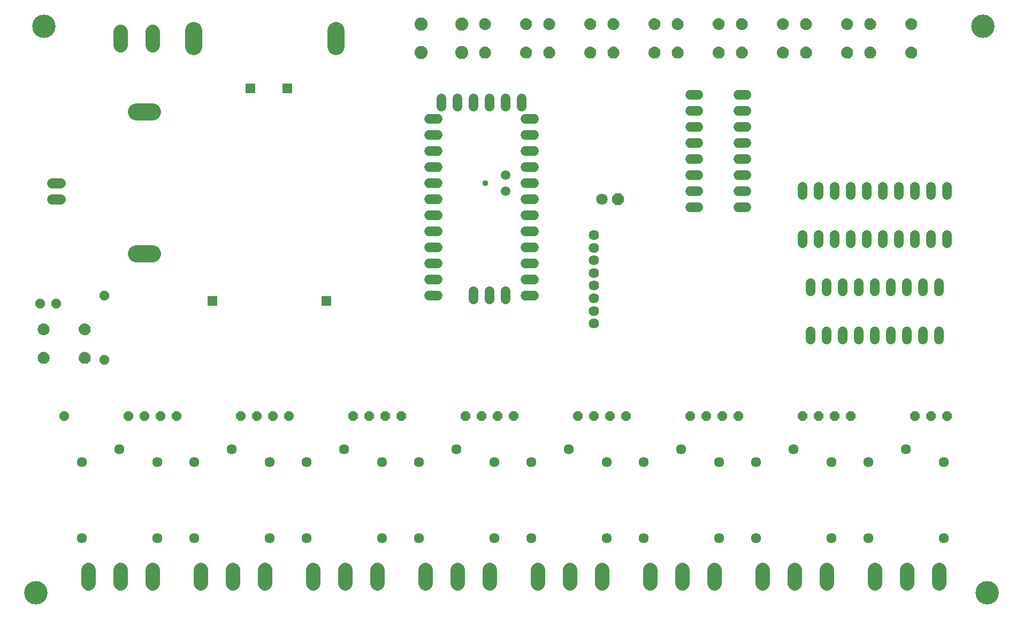
<source format=gbr>
G04 EAGLE Gerber RS-274X export*
G75*
%MOMM*%
%FSLAX34Y34*%
%LPD*%
%INSoldermask Bottom*%
%IPPOS*%
%AMOC8*
5,1,8,0,0,1.08239X$1,22.5*%
G01*
%ADD10C,3.703200*%
%ADD11P,1.951982X8X22.500000*%
%ADD12C,1.803400*%
%ADD13C,2.743200*%
%ADD14C,1.524000*%
%ADD15P,1.649562X8X202.500000*%
%ADD16P,1.649562X8X22.500000*%
%ADD17P,1.649562X8X292.500000*%
%ADD18C,2.082800*%
%ADD19C,1.625600*%
%ADD20C,1.625600*%
%ADD21C,1.611200*%
%ADD22C,1.511200*%
%ADD23C,1.511200*%
%ADD24R,1.511200X1.511200*%
%ADD25C,2.298700*%
%ADD26C,0.959600*%

G36*
X121474Y457713D02*
X121474Y457713D01*
X121495Y457711D01*
X123186Y457863D01*
X123232Y457876D01*
X123308Y457886D01*
X124937Y458365D01*
X124965Y458379D01*
X124986Y458383D01*
X125011Y458397D01*
X125052Y458412D01*
X126556Y459199D01*
X126595Y459228D01*
X126660Y459267D01*
X127982Y460333D01*
X128014Y460369D01*
X128071Y460420D01*
X129160Y461723D01*
X129183Y461764D01*
X129230Y461825D01*
X130043Y463316D01*
X130058Y463361D01*
X130092Y463430D01*
X130599Y465050D01*
X130605Y465098D01*
X130624Y465172D01*
X130805Y466855D01*
X130830Y467053D01*
X130827Y467104D01*
X130831Y467195D01*
X130658Y468904D01*
X130645Y468950D01*
X130633Y469026D01*
X130130Y470668D01*
X130108Y470711D01*
X130082Y470783D01*
X129268Y472296D01*
X129238Y472333D01*
X129198Y472399D01*
X128105Y473723D01*
X128068Y473755D01*
X128017Y473811D01*
X126686Y474897D01*
X126643Y474920D01*
X126582Y474966D01*
X125065Y475771D01*
X125019Y475786D01*
X124950Y475818D01*
X124097Y476074D01*
X123304Y476312D01*
X123257Y476318D01*
X123182Y476336D01*
X121595Y476488D01*
X121578Y476495D01*
X121484Y476536D01*
X121474Y476536D01*
X121466Y476540D01*
X121279Y476551D01*
X119600Y476398D01*
X119553Y476385D01*
X119478Y476375D01*
X117861Y475897D01*
X117818Y475876D01*
X117746Y475851D01*
X116254Y475067D01*
X116216Y475037D01*
X116150Y474999D01*
X114839Y473939D01*
X114808Y473903D01*
X114751Y473852D01*
X113672Y472557D01*
X113648Y472515D01*
X113602Y472454D01*
X112796Y470973D01*
X112781Y470928D01*
X112748Y470859D01*
X112247Y469250D01*
X112241Y469202D01*
X112222Y469128D01*
X112047Y467475D01*
X112000Y467219D01*
X112000Y467197D01*
X111993Y467037D01*
X112178Y465320D01*
X112191Y465273D01*
X112203Y465198D01*
X112719Y463549D01*
X112741Y463506D01*
X112767Y463435D01*
X113595Y461918D01*
X113625Y461880D01*
X113665Y461815D01*
X114773Y460489D01*
X114809Y460458D01*
X114861Y460402D01*
X116206Y459318D01*
X116248Y459295D01*
X116310Y459249D01*
X117841Y458448D01*
X117887Y458434D01*
X117956Y458402D01*
X119613Y457914D01*
X119661Y457909D01*
X119736Y457891D01*
X121204Y457759D01*
X121232Y457743D01*
X121271Y457737D01*
X121308Y457722D01*
X121404Y457717D01*
X121454Y457709D01*
X121474Y457713D01*
G37*
G36*
X56450Y457688D02*
X56450Y457688D01*
X56471Y457686D01*
X58162Y457838D01*
X58208Y457851D01*
X58284Y457861D01*
X59913Y458340D01*
X59941Y458354D01*
X59962Y458358D01*
X59987Y458372D01*
X60028Y458387D01*
X61532Y459174D01*
X61571Y459203D01*
X61636Y459242D01*
X62958Y460308D01*
X62990Y460344D01*
X63047Y460395D01*
X64136Y461698D01*
X64159Y461739D01*
X64206Y461800D01*
X65019Y463291D01*
X65034Y463336D01*
X65068Y463405D01*
X65575Y465025D01*
X65581Y465073D01*
X65600Y465147D01*
X65781Y466830D01*
X65806Y467028D01*
X65803Y467079D01*
X65807Y467170D01*
X65634Y468879D01*
X65621Y468925D01*
X65609Y469001D01*
X65106Y470643D01*
X65084Y470686D01*
X65058Y470758D01*
X64244Y472271D01*
X64214Y472308D01*
X64174Y472374D01*
X63081Y473698D01*
X63044Y473730D01*
X62993Y473786D01*
X61662Y474872D01*
X61619Y474895D01*
X61558Y474941D01*
X60041Y475746D01*
X59995Y475761D01*
X59926Y475793D01*
X59073Y476049D01*
X58280Y476287D01*
X58233Y476293D01*
X58158Y476311D01*
X56571Y476463D01*
X56554Y476470D01*
X56460Y476511D01*
X56450Y476511D01*
X56442Y476515D01*
X56255Y476526D01*
X54576Y476373D01*
X54529Y476360D01*
X54454Y476350D01*
X52837Y475872D01*
X52794Y475851D01*
X52722Y475826D01*
X51230Y475042D01*
X51192Y475012D01*
X51126Y474974D01*
X49815Y473914D01*
X49784Y473878D01*
X49727Y473827D01*
X48648Y472532D01*
X48624Y472490D01*
X48578Y472429D01*
X47772Y470948D01*
X47757Y470903D01*
X47724Y470834D01*
X47223Y469225D01*
X47217Y469177D01*
X47198Y469103D01*
X47023Y467450D01*
X46976Y467194D01*
X46976Y467172D01*
X46969Y467012D01*
X47154Y465295D01*
X47167Y465248D01*
X47179Y465173D01*
X47695Y463524D01*
X47717Y463481D01*
X47743Y463410D01*
X48571Y461893D01*
X48601Y461855D01*
X48641Y461790D01*
X49749Y460464D01*
X49785Y460433D01*
X49837Y460377D01*
X51182Y459293D01*
X51224Y459270D01*
X51286Y459224D01*
X52817Y458423D01*
X52863Y458409D01*
X52932Y458377D01*
X54589Y457889D01*
X54637Y457884D01*
X54712Y457866D01*
X56180Y457734D01*
X56208Y457718D01*
X56247Y457712D01*
X56284Y457697D01*
X56380Y457692D01*
X56430Y457684D01*
X56450Y457688D01*
G37*
G36*
X56450Y412450D02*
X56450Y412450D01*
X56471Y412448D01*
X58162Y412600D01*
X58208Y412613D01*
X58284Y412623D01*
X59913Y413102D01*
X59941Y413116D01*
X59962Y413120D01*
X59987Y413134D01*
X60028Y413149D01*
X61532Y413936D01*
X61571Y413965D01*
X61636Y414004D01*
X62958Y415070D01*
X62990Y415106D01*
X63047Y415157D01*
X64136Y416460D01*
X64159Y416501D01*
X64206Y416562D01*
X65019Y418053D01*
X65034Y418098D01*
X65068Y418167D01*
X65575Y419787D01*
X65581Y419835D01*
X65600Y419909D01*
X65781Y421592D01*
X65806Y421790D01*
X65803Y421841D01*
X65807Y421932D01*
X65634Y423641D01*
X65621Y423687D01*
X65609Y423763D01*
X65106Y425405D01*
X65084Y425448D01*
X65058Y425520D01*
X64244Y427033D01*
X64214Y427070D01*
X64174Y427136D01*
X63081Y428460D01*
X63044Y428492D01*
X62993Y428548D01*
X61662Y429634D01*
X61619Y429657D01*
X61558Y429703D01*
X60041Y430508D01*
X59995Y430523D01*
X59926Y430555D01*
X59073Y430811D01*
X58280Y431049D01*
X58233Y431055D01*
X58158Y431073D01*
X56571Y431225D01*
X56554Y431232D01*
X56460Y431273D01*
X56450Y431273D01*
X56442Y431277D01*
X56255Y431288D01*
X54576Y431135D01*
X54529Y431122D01*
X54454Y431112D01*
X52837Y430634D01*
X52794Y430613D01*
X52722Y430588D01*
X51230Y429804D01*
X51192Y429774D01*
X51126Y429736D01*
X49815Y428676D01*
X49784Y428640D01*
X49727Y428589D01*
X48648Y427294D01*
X48624Y427252D01*
X48578Y427191D01*
X47772Y425710D01*
X47757Y425665D01*
X47724Y425596D01*
X47223Y423987D01*
X47217Y423939D01*
X47198Y423865D01*
X47023Y422212D01*
X46976Y421956D01*
X46976Y421934D01*
X46969Y421774D01*
X47154Y420057D01*
X47167Y420010D01*
X47179Y419935D01*
X47695Y418286D01*
X47717Y418243D01*
X47743Y418172D01*
X48571Y416655D01*
X48601Y416617D01*
X48641Y416552D01*
X49749Y415226D01*
X49785Y415195D01*
X49837Y415139D01*
X51182Y414055D01*
X51224Y414032D01*
X51286Y413986D01*
X52817Y413185D01*
X52863Y413171D01*
X52932Y413139D01*
X54589Y412651D01*
X54637Y412646D01*
X54712Y412628D01*
X56180Y412496D01*
X56208Y412480D01*
X56247Y412474D01*
X56284Y412459D01*
X56380Y412454D01*
X56430Y412446D01*
X56450Y412450D01*
G37*
G36*
X121525Y412425D02*
X121525Y412425D01*
X121546Y412423D01*
X123237Y412575D01*
X123283Y412588D01*
X123359Y412598D01*
X124988Y413077D01*
X125016Y413091D01*
X125037Y413095D01*
X125062Y413109D01*
X125103Y413124D01*
X126607Y413911D01*
X126646Y413940D01*
X126711Y413979D01*
X128033Y415045D01*
X128065Y415081D01*
X128122Y415132D01*
X129211Y416435D01*
X129234Y416476D01*
X129281Y416537D01*
X130094Y418028D01*
X130109Y418073D01*
X130143Y418142D01*
X130650Y419762D01*
X130656Y419810D01*
X130675Y419884D01*
X130856Y421567D01*
X130881Y421765D01*
X130878Y421816D01*
X130882Y421907D01*
X130709Y423616D01*
X130696Y423662D01*
X130684Y423738D01*
X130181Y425380D01*
X130159Y425423D01*
X130133Y425495D01*
X129319Y427008D01*
X129289Y427045D01*
X129249Y427111D01*
X128156Y428435D01*
X128119Y428467D01*
X128068Y428523D01*
X126737Y429609D01*
X126694Y429632D01*
X126633Y429678D01*
X125116Y430483D01*
X125070Y430498D01*
X125001Y430530D01*
X124148Y430786D01*
X123355Y431024D01*
X123308Y431030D01*
X123233Y431048D01*
X121646Y431200D01*
X121629Y431207D01*
X121535Y431248D01*
X121525Y431248D01*
X121517Y431252D01*
X121330Y431263D01*
X119651Y431110D01*
X119604Y431097D01*
X119529Y431087D01*
X117912Y430609D01*
X117869Y430588D01*
X117797Y430563D01*
X116305Y429779D01*
X116267Y429749D01*
X116201Y429711D01*
X114890Y428651D01*
X114859Y428615D01*
X114802Y428564D01*
X113723Y427269D01*
X113699Y427227D01*
X113653Y427166D01*
X112847Y425685D01*
X112832Y425640D01*
X112799Y425571D01*
X112298Y423962D01*
X112292Y423914D01*
X112273Y423840D01*
X112098Y422187D01*
X112051Y421931D01*
X112051Y421909D01*
X112044Y421749D01*
X112229Y420032D01*
X112242Y419985D01*
X112254Y419910D01*
X112770Y418261D01*
X112792Y418218D01*
X112818Y418147D01*
X113646Y416630D01*
X113676Y416592D01*
X113716Y416527D01*
X114824Y415201D01*
X114860Y415170D01*
X114912Y415114D01*
X116257Y414030D01*
X116299Y414007D01*
X116361Y413961D01*
X117892Y413160D01*
X117938Y413146D01*
X118007Y413114D01*
X119664Y412626D01*
X119712Y412621D01*
X119787Y412603D01*
X121255Y412471D01*
X121283Y412455D01*
X121322Y412449D01*
X121359Y412434D01*
X121455Y412429D01*
X121505Y412421D01*
X121525Y412425D01*
G37*
G36*
X1366249Y940490D02*
X1366249Y940490D01*
X1366296Y940503D01*
X1366371Y940513D01*
X1367988Y940991D01*
X1368016Y941005D01*
X1368037Y941009D01*
X1368061Y941023D01*
X1368103Y941037D01*
X1369595Y941821D01*
X1369633Y941851D01*
X1369699Y941889D01*
X1371010Y942949D01*
X1371041Y942985D01*
X1371098Y943036D01*
X1372177Y944331D01*
X1372201Y944373D01*
X1372247Y944434D01*
X1373053Y945915D01*
X1373068Y945960D01*
X1373101Y946029D01*
X1373602Y947638D01*
X1373608Y947686D01*
X1373627Y947760D01*
X1373802Y949413D01*
X1373849Y949669D01*
X1373849Y949691D01*
X1373856Y949851D01*
X1373671Y951569D01*
X1373658Y951615D01*
X1373646Y951690D01*
X1373130Y953339D01*
X1373108Y953382D01*
X1373082Y953453D01*
X1372254Y954970D01*
X1372224Y955008D01*
X1372184Y955073D01*
X1371077Y956399D01*
X1371040Y956430D01*
X1370988Y956486D01*
X1369643Y957570D01*
X1369601Y957593D01*
X1369539Y957639D01*
X1368008Y958440D01*
X1367962Y958454D01*
X1367893Y958486D01*
X1366236Y958974D01*
X1366188Y958979D01*
X1366114Y958997D01*
X1364645Y959129D01*
X1364617Y959145D01*
X1364578Y959151D01*
X1364541Y959166D01*
X1364445Y959171D01*
X1364395Y959179D01*
X1364375Y959176D01*
X1364354Y959177D01*
X1362663Y959025D01*
X1362617Y959012D01*
X1362541Y959002D01*
X1360912Y958523D01*
X1360869Y958502D01*
X1360797Y958476D01*
X1359293Y957689D01*
X1359255Y957660D01*
X1359189Y957621D01*
X1357867Y956555D01*
X1357835Y956519D01*
X1357778Y956468D01*
X1356689Y955165D01*
X1356666Y955124D01*
X1356619Y955063D01*
X1355806Y953572D01*
X1355791Y953527D01*
X1355757Y953458D01*
X1355250Y951838D01*
X1355244Y951790D01*
X1355225Y951716D01*
X1355044Y950033D01*
X1355020Y949835D01*
X1355022Y949784D01*
X1355018Y949693D01*
X1355191Y947984D01*
X1355205Y947938D01*
X1355216Y947862D01*
X1355719Y946220D01*
X1355741Y946177D01*
X1355767Y946105D01*
X1356581Y944592D01*
X1356611Y944555D01*
X1356651Y944489D01*
X1357744Y943165D01*
X1357781Y943133D01*
X1357832Y943077D01*
X1359163Y941991D01*
X1359206Y941968D01*
X1359267Y941922D01*
X1360784Y941117D01*
X1360830Y941102D01*
X1360899Y941070D01*
X1361142Y940997D01*
X1361143Y940997D01*
X1362545Y940576D01*
X1362592Y940570D01*
X1362667Y940552D01*
X1364254Y940400D01*
X1364271Y940394D01*
X1364365Y940352D01*
X1364375Y940352D01*
X1364383Y940348D01*
X1364570Y940337D01*
X1366249Y940490D01*
G37*
G36*
X959849Y940490D02*
X959849Y940490D01*
X959896Y940503D01*
X959971Y940513D01*
X961588Y940991D01*
X961616Y941005D01*
X961637Y941009D01*
X961661Y941023D01*
X961703Y941037D01*
X963195Y941821D01*
X963233Y941851D01*
X963299Y941889D01*
X964610Y942949D01*
X964641Y942985D01*
X964698Y943036D01*
X965777Y944331D01*
X965801Y944373D01*
X965847Y944434D01*
X966653Y945915D01*
X966668Y945960D01*
X966701Y946029D01*
X967202Y947638D01*
X967208Y947686D01*
X967227Y947760D01*
X967402Y949413D01*
X967449Y949669D01*
X967449Y949691D01*
X967456Y949851D01*
X967271Y951569D01*
X967258Y951615D01*
X967246Y951690D01*
X966730Y953339D01*
X966708Y953382D01*
X966682Y953453D01*
X965854Y954970D01*
X965824Y955008D01*
X965784Y955073D01*
X964677Y956399D01*
X964640Y956430D01*
X964588Y956486D01*
X963243Y957570D01*
X963201Y957593D01*
X963139Y957639D01*
X961608Y958440D01*
X961562Y958454D01*
X961493Y958486D01*
X959836Y958974D01*
X959788Y958979D01*
X959714Y958997D01*
X958245Y959129D01*
X958217Y959145D01*
X958178Y959151D01*
X958141Y959166D01*
X958045Y959171D01*
X957995Y959179D01*
X957975Y959176D01*
X957954Y959177D01*
X956263Y959025D01*
X956217Y959012D01*
X956141Y959002D01*
X954512Y958523D01*
X954469Y958502D01*
X954397Y958476D01*
X952893Y957689D01*
X952855Y957660D01*
X952789Y957621D01*
X951467Y956555D01*
X951435Y956519D01*
X951378Y956468D01*
X950289Y955165D01*
X950266Y955124D01*
X950219Y955063D01*
X949406Y953572D01*
X949391Y953527D01*
X949357Y953458D01*
X948850Y951838D01*
X948844Y951790D01*
X948825Y951716D01*
X948644Y950033D01*
X948620Y949835D01*
X948622Y949784D01*
X948618Y949693D01*
X948791Y947984D01*
X948805Y947938D01*
X948816Y947862D01*
X949319Y946220D01*
X949341Y946177D01*
X949367Y946105D01*
X950181Y944592D01*
X950211Y944555D01*
X950251Y944489D01*
X951344Y943165D01*
X951381Y943133D01*
X951432Y943077D01*
X952763Y941991D01*
X952806Y941968D01*
X952867Y941922D01*
X954384Y941117D01*
X954430Y941102D01*
X954499Y941070D01*
X954742Y940997D01*
X954743Y940997D01*
X956145Y940576D01*
X956192Y940570D01*
X956267Y940552D01*
X957854Y940400D01*
X957871Y940394D01*
X957965Y940352D01*
X957975Y940352D01*
X957983Y940348D01*
X958170Y940337D01*
X959849Y940490D01*
G37*
G36*
X1264649Y940490D02*
X1264649Y940490D01*
X1264696Y940503D01*
X1264771Y940513D01*
X1266388Y940991D01*
X1266416Y941005D01*
X1266437Y941009D01*
X1266461Y941023D01*
X1266503Y941037D01*
X1267995Y941821D01*
X1268033Y941851D01*
X1268099Y941889D01*
X1269410Y942949D01*
X1269441Y942985D01*
X1269498Y943036D01*
X1270577Y944331D01*
X1270601Y944373D01*
X1270647Y944434D01*
X1271453Y945915D01*
X1271468Y945960D01*
X1271501Y946029D01*
X1272002Y947638D01*
X1272008Y947686D01*
X1272027Y947760D01*
X1272202Y949413D01*
X1272249Y949669D01*
X1272249Y949691D01*
X1272256Y949851D01*
X1272071Y951569D01*
X1272058Y951615D01*
X1272046Y951690D01*
X1271530Y953339D01*
X1271508Y953382D01*
X1271482Y953453D01*
X1270654Y954970D01*
X1270624Y955008D01*
X1270584Y955073D01*
X1269477Y956399D01*
X1269440Y956430D01*
X1269388Y956486D01*
X1268043Y957570D01*
X1268001Y957593D01*
X1267939Y957639D01*
X1266408Y958440D01*
X1266362Y958454D01*
X1266293Y958486D01*
X1264636Y958974D01*
X1264588Y958979D01*
X1264514Y958997D01*
X1263045Y959129D01*
X1263017Y959145D01*
X1262978Y959151D01*
X1262941Y959166D01*
X1262845Y959171D01*
X1262795Y959179D01*
X1262775Y959176D01*
X1262754Y959177D01*
X1261063Y959025D01*
X1261017Y959012D01*
X1260941Y959002D01*
X1259312Y958523D01*
X1259269Y958502D01*
X1259197Y958476D01*
X1257693Y957689D01*
X1257655Y957660D01*
X1257589Y957621D01*
X1256267Y956555D01*
X1256235Y956519D01*
X1256178Y956468D01*
X1255089Y955165D01*
X1255066Y955124D01*
X1255019Y955063D01*
X1254206Y953572D01*
X1254191Y953527D01*
X1254157Y953458D01*
X1253650Y951838D01*
X1253644Y951790D01*
X1253625Y951716D01*
X1253444Y950033D01*
X1253420Y949835D01*
X1253422Y949784D01*
X1253418Y949693D01*
X1253591Y947984D01*
X1253605Y947938D01*
X1253616Y947862D01*
X1254119Y946220D01*
X1254141Y946177D01*
X1254167Y946105D01*
X1254981Y944592D01*
X1255011Y944555D01*
X1255051Y944489D01*
X1256144Y943165D01*
X1256181Y943133D01*
X1256232Y943077D01*
X1257563Y941991D01*
X1257606Y941968D01*
X1257667Y941922D01*
X1259184Y941117D01*
X1259230Y941102D01*
X1259299Y941070D01*
X1259542Y940997D01*
X1259543Y940997D01*
X1260945Y940576D01*
X1260992Y940570D01*
X1261067Y940552D01*
X1262654Y940400D01*
X1262671Y940394D01*
X1262765Y940352D01*
X1262775Y940352D01*
X1262783Y940348D01*
X1262970Y940337D01*
X1264649Y940490D01*
G37*
G36*
X1061449Y940490D02*
X1061449Y940490D01*
X1061496Y940503D01*
X1061571Y940513D01*
X1063188Y940991D01*
X1063216Y941005D01*
X1063237Y941009D01*
X1063261Y941023D01*
X1063303Y941037D01*
X1064795Y941821D01*
X1064833Y941851D01*
X1064899Y941889D01*
X1066210Y942949D01*
X1066241Y942985D01*
X1066298Y943036D01*
X1067377Y944331D01*
X1067401Y944373D01*
X1067447Y944434D01*
X1068253Y945915D01*
X1068268Y945960D01*
X1068301Y946029D01*
X1068802Y947638D01*
X1068808Y947686D01*
X1068827Y947760D01*
X1069002Y949413D01*
X1069049Y949669D01*
X1069049Y949691D01*
X1069056Y949851D01*
X1068871Y951569D01*
X1068858Y951615D01*
X1068846Y951690D01*
X1068330Y953339D01*
X1068308Y953382D01*
X1068282Y953453D01*
X1067454Y954970D01*
X1067424Y955008D01*
X1067384Y955073D01*
X1066277Y956399D01*
X1066240Y956430D01*
X1066188Y956486D01*
X1064843Y957570D01*
X1064801Y957593D01*
X1064739Y957639D01*
X1063208Y958440D01*
X1063162Y958454D01*
X1063093Y958486D01*
X1061436Y958974D01*
X1061388Y958979D01*
X1061314Y958997D01*
X1059845Y959129D01*
X1059817Y959145D01*
X1059778Y959151D01*
X1059741Y959166D01*
X1059645Y959171D01*
X1059595Y959179D01*
X1059575Y959176D01*
X1059554Y959177D01*
X1057863Y959025D01*
X1057817Y959012D01*
X1057741Y959002D01*
X1056112Y958523D01*
X1056069Y958502D01*
X1055997Y958476D01*
X1054493Y957689D01*
X1054455Y957660D01*
X1054389Y957621D01*
X1053067Y956555D01*
X1053035Y956519D01*
X1052978Y956468D01*
X1051889Y955165D01*
X1051866Y955124D01*
X1051819Y955063D01*
X1051006Y953572D01*
X1050991Y953527D01*
X1050957Y953458D01*
X1050450Y951838D01*
X1050444Y951790D01*
X1050425Y951716D01*
X1050244Y950033D01*
X1050220Y949835D01*
X1050222Y949784D01*
X1050218Y949693D01*
X1050391Y947984D01*
X1050405Y947938D01*
X1050416Y947862D01*
X1050919Y946220D01*
X1050941Y946177D01*
X1050967Y946105D01*
X1051781Y944592D01*
X1051811Y944555D01*
X1051851Y944489D01*
X1052944Y943165D01*
X1052981Y943133D01*
X1053032Y943077D01*
X1054363Y941991D01*
X1054406Y941968D01*
X1054467Y941922D01*
X1055984Y941117D01*
X1056030Y941102D01*
X1056099Y941070D01*
X1056342Y940997D01*
X1056343Y940997D01*
X1057745Y940576D01*
X1057792Y940570D01*
X1057867Y940552D01*
X1059454Y940400D01*
X1059471Y940394D01*
X1059565Y940352D01*
X1059575Y940352D01*
X1059583Y940348D01*
X1059770Y940337D01*
X1061449Y940490D01*
G37*
G36*
X1163049Y940490D02*
X1163049Y940490D01*
X1163096Y940503D01*
X1163171Y940513D01*
X1164788Y940991D01*
X1164816Y941005D01*
X1164837Y941009D01*
X1164861Y941023D01*
X1164903Y941037D01*
X1166395Y941821D01*
X1166433Y941851D01*
X1166499Y941889D01*
X1167810Y942949D01*
X1167841Y942985D01*
X1167898Y943036D01*
X1168977Y944331D01*
X1169001Y944373D01*
X1169047Y944434D01*
X1169853Y945915D01*
X1169868Y945960D01*
X1169901Y946029D01*
X1170402Y947638D01*
X1170408Y947686D01*
X1170427Y947760D01*
X1170602Y949413D01*
X1170649Y949669D01*
X1170649Y949691D01*
X1170656Y949851D01*
X1170471Y951569D01*
X1170458Y951615D01*
X1170446Y951690D01*
X1169930Y953339D01*
X1169908Y953382D01*
X1169882Y953453D01*
X1169054Y954970D01*
X1169024Y955008D01*
X1168984Y955073D01*
X1167877Y956399D01*
X1167840Y956430D01*
X1167788Y956486D01*
X1166443Y957570D01*
X1166401Y957593D01*
X1166339Y957639D01*
X1164808Y958440D01*
X1164762Y958454D01*
X1164693Y958486D01*
X1163036Y958974D01*
X1162988Y958979D01*
X1162914Y958997D01*
X1161445Y959129D01*
X1161417Y959145D01*
X1161378Y959151D01*
X1161341Y959166D01*
X1161245Y959171D01*
X1161195Y959179D01*
X1161175Y959176D01*
X1161154Y959177D01*
X1159463Y959025D01*
X1159417Y959012D01*
X1159341Y959002D01*
X1157712Y958523D01*
X1157669Y958502D01*
X1157597Y958476D01*
X1156093Y957689D01*
X1156055Y957660D01*
X1155989Y957621D01*
X1154667Y956555D01*
X1154635Y956519D01*
X1154578Y956468D01*
X1153489Y955165D01*
X1153466Y955124D01*
X1153419Y955063D01*
X1152606Y953572D01*
X1152591Y953527D01*
X1152557Y953458D01*
X1152050Y951838D01*
X1152044Y951790D01*
X1152025Y951716D01*
X1151844Y950033D01*
X1151820Y949835D01*
X1151822Y949784D01*
X1151818Y949693D01*
X1151991Y947984D01*
X1152005Y947938D01*
X1152016Y947862D01*
X1152519Y946220D01*
X1152541Y946177D01*
X1152567Y946105D01*
X1153381Y944592D01*
X1153411Y944555D01*
X1153451Y944489D01*
X1154544Y943165D01*
X1154581Y943133D01*
X1154632Y943077D01*
X1155963Y941991D01*
X1156006Y941968D01*
X1156067Y941922D01*
X1157584Y941117D01*
X1157630Y941102D01*
X1157699Y941070D01*
X1157942Y940997D01*
X1157943Y940997D01*
X1159345Y940576D01*
X1159392Y940570D01*
X1159467Y940552D01*
X1161054Y940400D01*
X1161071Y940394D01*
X1161165Y940352D01*
X1161175Y940352D01*
X1161183Y940348D01*
X1161370Y940337D01*
X1163049Y940490D01*
G37*
G36*
X858249Y940490D02*
X858249Y940490D01*
X858296Y940503D01*
X858371Y940513D01*
X859988Y940991D01*
X860016Y941005D01*
X860037Y941009D01*
X860061Y941023D01*
X860103Y941037D01*
X861595Y941821D01*
X861633Y941851D01*
X861699Y941889D01*
X863010Y942949D01*
X863041Y942985D01*
X863098Y943036D01*
X864177Y944331D01*
X864201Y944373D01*
X864247Y944434D01*
X865053Y945915D01*
X865068Y945960D01*
X865101Y946029D01*
X865602Y947638D01*
X865608Y947686D01*
X865627Y947760D01*
X865802Y949413D01*
X865849Y949669D01*
X865849Y949691D01*
X865856Y949851D01*
X865671Y951569D01*
X865658Y951615D01*
X865646Y951690D01*
X865130Y953339D01*
X865108Y953382D01*
X865082Y953453D01*
X864254Y954970D01*
X864224Y955008D01*
X864184Y955073D01*
X863077Y956399D01*
X863040Y956430D01*
X862988Y956486D01*
X861643Y957570D01*
X861601Y957593D01*
X861539Y957639D01*
X860008Y958440D01*
X859962Y958454D01*
X859893Y958486D01*
X858236Y958974D01*
X858188Y958979D01*
X858114Y958997D01*
X856645Y959129D01*
X856617Y959145D01*
X856578Y959151D01*
X856541Y959166D01*
X856445Y959171D01*
X856395Y959179D01*
X856375Y959176D01*
X856354Y959177D01*
X854663Y959025D01*
X854617Y959012D01*
X854541Y959002D01*
X852912Y958523D01*
X852869Y958502D01*
X852797Y958476D01*
X851293Y957689D01*
X851255Y957660D01*
X851189Y957621D01*
X849867Y956555D01*
X849835Y956519D01*
X849778Y956468D01*
X848689Y955165D01*
X848666Y955124D01*
X848619Y955063D01*
X847806Y953572D01*
X847791Y953527D01*
X847757Y953458D01*
X847250Y951838D01*
X847244Y951790D01*
X847225Y951716D01*
X847044Y950033D01*
X847020Y949835D01*
X847022Y949784D01*
X847018Y949693D01*
X847191Y947984D01*
X847205Y947938D01*
X847216Y947862D01*
X847719Y946220D01*
X847741Y946177D01*
X847767Y946105D01*
X848581Y944592D01*
X848611Y944555D01*
X848651Y944489D01*
X849744Y943165D01*
X849781Y943133D01*
X849832Y943077D01*
X851163Y941991D01*
X851206Y941968D01*
X851267Y941922D01*
X852784Y941117D01*
X852830Y941102D01*
X852899Y941070D01*
X853142Y940997D01*
X853143Y940997D01*
X854545Y940576D01*
X854592Y940570D01*
X854667Y940552D01*
X856254Y940400D01*
X856271Y940394D01*
X856365Y940352D01*
X856375Y940352D01*
X856383Y940348D01*
X856570Y940337D01*
X858249Y940490D01*
G37*
G36*
X756649Y940490D02*
X756649Y940490D01*
X756696Y940503D01*
X756771Y940513D01*
X758388Y940991D01*
X758416Y941005D01*
X758437Y941009D01*
X758461Y941023D01*
X758503Y941037D01*
X759995Y941821D01*
X760033Y941851D01*
X760099Y941889D01*
X761410Y942949D01*
X761441Y942985D01*
X761498Y943036D01*
X762577Y944331D01*
X762601Y944373D01*
X762647Y944434D01*
X763453Y945915D01*
X763468Y945960D01*
X763501Y946029D01*
X764002Y947638D01*
X764008Y947686D01*
X764027Y947760D01*
X764202Y949413D01*
X764249Y949669D01*
X764249Y949691D01*
X764256Y949851D01*
X764071Y951569D01*
X764058Y951615D01*
X764046Y951690D01*
X763530Y953339D01*
X763508Y953382D01*
X763482Y953453D01*
X762654Y954970D01*
X762624Y955008D01*
X762584Y955073D01*
X761477Y956399D01*
X761440Y956430D01*
X761388Y956486D01*
X760043Y957570D01*
X760001Y957593D01*
X759939Y957639D01*
X758408Y958440D01*
X758362Y958454D01*
X758293Y958486D01*
X756636Y958974D01*
X756588Y958979D01*
X756514Y958997D01*
X755045Y959129D01*
X755017Y959145D01*
X754978Y959151D01*
X754941Y959166D01*
X754845Y959171D01*
X754795Y959179D01*
X754775Y959176D01*
X754754Y959177D01*
X753063Y959025D01*
X753017Y959012D01*
X752941Y959002D01*
X751312Y958523D01*
X751269Y958502D01*
X751197Y958476D01*
X749693Y957689D01*
X749655Y957660D01*
X749589Y957621D01*
X748267Y956555D01*
X748235Y956519D01*
X748178Y956468D01*
X747089Y955165D01*
X747066Y955124D01*
X747019Y955063D01*
X746206Y953572D01*
X746191Y953527D01*
X746157Y953458D01*
X745650Y951838D01*
X745644Y951790D01*
X745625Y951716D01*
X745444Y950033D01*
X745420Y949835D01*
X745422Y949784D01*
X745418Y949693D01*
X745591Y947984D01*
X745605Y947938D01*
X745616Y947862D01*
X746119Y946220D01*
X746141Y946177D01*
X746167Y946105D01*
X746981Y944592D01*
X747011Y944555D01*
X747051Y944489D01*
X748144Y943165D01*
X748181Y943133D01*
X748232Y943077D01*
X749563Y941991D01*
X749606Y941968D01*
X749667Y941922D01*
X751184Y941117D01*
X751230Y941102D01*
X751299Y941070D01*
X751542Y940997D01*
X751543Y940997D01*
X752945Y940576D01*
X752992Y940570D01*
X753067Y940552D01*
X754654Y940400D01*
X754671Y940394D01*
X754765Y940352D01*
X754775Y940352D01*
X754783Y940348D01*
X754970Y940337D01*
X756649Y940490D01*
G37*
G36*
X1431324Y940465D02*
X1431324Y940465D01*
X1431371Y940478D01*
X1431446Y940488D01*
X1433063Y940966D01*
X1433091Y940980D01*
X1433112Y940984D01*
X1433136Y940998D01*
X1433178Y941012D01*
X1434670Y941796D01*
X1434708Y941826D01*
X1434774Y941864D01*
X1436085Y942924D01*
X1436116Y942960D01*
X1436173Y943011D01*
X1437252Y944306D01*
X1437276Y944348D01*
X1437322Y944409D01*
X1438128Y945890D01*
X1438143Y945935D01*
X1438176Y946004D01*
X1438677Y947613D01*
X1438683Y947661D01*
X1438702Y947735D01*
X1438877Y949388D01*
X1438924Y949644D01*
X1438924Y949666D01*
X1438931Y949826D01*
X1438746Y951544D01*
X1438733Y951590D01*
X1438721Y951665D01*
X1438205Y953314D01*
X1438183Y953357D01*
X1438157Y953428D01*
X1437329Y954945D01*
X1437299Y954983D01*
X1437259Y955048D01*
X1436152Y956374D01*
X1436115Y956405D01*
X1436063Y956461D01*
X1434718Y957545D01*
X1434676Y957568D01*
X1434614Y957614D01*
X1433083Y958415D01*
X1433037Y958429D01*
X1432968Y958461D01*
X1431311Y958949D01*
X1431263Y958954D01*
X1431189Y958972D01*
X1429720Y959104D01*
X1429692Y959120D01*
X1429653Y959126D01*
X1429616Y959141D01*
X1429520Y959146D01*
X1429470Y959154D01*
X1429450Y959151D01*
X1429429Y959152D01*
X1427738Y959000D01*
X1427692Y958987D01*
X1427616Y958977D01*
X1425987Y958498D01*
X1425944Y958477D01*
X1425872Y958451D01*
X1424368Y957664D01*
X1424330Y957635D01*
X1424264Y957596D01*
X1422942Y956530D01*
X1422910Y956494D01*
X1422853Y956443D01*
X1421764Y955140D01*
X1421741Y955099D01*
X1421694Y955038D01*
X1420881Y953547D01*
X1420866Y953502D01*
X1420832Y953433D01*
X1420325Y951813D01*
X1420319Y951765D01*
X1420300Y951691D01*
X1420119Y950008D01*
X1420095Y949810D01*
X1420097Y949759D01*
X1420093Y949668D01*
X1420266Y947959D01*
X1420280Y947913D01*
X1420291Y947837D01*
X1420794Y946195D01*
X1420816Y946152D01*
X1420842Y946080D01*
X1421656Y944567D01*
X1421686Y944530D01*
X1421726Y944464D01*
X1422819Y943140D01*
X1422856Y943108D01*
X1422907Y943052D01*
X1424238Y941966D01*
X1424281Y941943D01*
X1424342Y941897D01*
X1425859Y941092D01*
X1425905Y941077D01*
X1425974Y941045D01*
X1426217Y940972D01*
X1426218Y940972D01*
X1427620Y940551D01*
X1427667Y940545D01*
X1427742Y940527D01*
X1429329Y940375D01*
X1429346Y940369D01*
X1429440Y940327D01*
X1429450Y940327D01*
X1429458Y940323D01*
X1429645Y940312D01*
X1431324Y940465D01*
G37*
G36*
X923324Y940465D02*
X923324Y940465D01*
X923371Y940478D01*
X923446Y940488D01*
X925063Y940966D01*
X925091Y940980D01*
X925112Y940984D01*
X925136Y940998D01*
X925178Y941012D01*
X926670Y941796D01*
X926708Y941826D01*
X926774Y941864D01*
X928085Y942924D01*
X928116Y942960D01*
X928173Y943011D01*
X929252Y944306D01*
X929276Y944348D01*
X929322Y944409D01*
X930128Y945890D01*
X930143Y945935D01*
X930176Y946004D01*
X930677Y947613D01*
X930683Y947661D01*
X930702Y947735D01*
X930877Y949388D01*
X930924Y949644D01*
X930924Y949666D01*
X930931Y949826D01*
X930746Y951544D01*
X930733Y951590D01*
X930721Y951665D01*
X930205Y953314D01*
X930183Y953357D01*
X930157Y953428D01*
X929329Y954945D01*
X929299Y954983D01*
X929259Y955048D01*
X928152Y956374D01*
X928115Y956405D01*
X928063Y956461D01*
X926718Y957545D01*
X926676Y957568D01*
X926614Y957614D01*
X925083Y958415D01*
X925037Y958429D01*
X924968Y958461D01*
X923311Y958949D01*
X923263Y958954D01*
X923189Y958972D01*
X921720Y959104D01*
X921692Y959120D01*
X921653Y959126D01*
X921616Y959141D01*
X921520Y959146D01*
X921470Y959154D01*
X921450Y959151D01*
X921429Y959152D01*
X919738Y959000D01*
X919692Y958987D01*
X919616Y958977D01*
X917987Y958498D01*
X917944Y958477D01*
X917872Y958451D01*
X916368Y957664D01*
X916330Y957635D01*
X916264Y957596D01*
X914942Y956530D01*
X914910Y956494D01*
X914853Y956443D01*
X913764Y955140D01*
X913741Y955099D01*
X913694Y955038D01*
X912881Y953547D01*
X912866Y953502D01*
X912832Y953433D01*
X912325Y951813D01*
X912319Y951765D01*
X912300Y951691D01*
X912119Y950008D01*
X912095Y949810D01*
X912097Y949759D01*
X912093Y949668D01*
X912266Y947959D01*
X912280Y947913D01*
X912291Y947837D01*
X912794Y946195D01*
X912816Y946152D01*
X912842Y946080D01*
X913656Y944567D01*
X913686Y944530D01*
X913726Y944464D01*
X914819Y943140D01*
X914856Y943108D01*
X914907Y943052D01*
X916238Y941966D01*
X916281Y941943D01*
X916342Y941897D01*
X917859Y941092D01*
X917905Y941077D01*
X917974Y941045D01*
X918217Y940972D01*
X918218Y940972D01*
X919620Y940551D01*
X919667Y940545D01*
X919742Y940527D01*
X921329Y940375D01*
X921346Y940369D01*
X921440Y940327D01*
X921450Y940327D01*
X921458Y940323D01*
X921645Y940312D01*
X923324Y940465D01*
G37*
G36*
X1024924Y940465D02*
X1024924Y940465D01*
X1024971Y940478D01*
X1025046Y940488D01*
X1026663Y940966D01*
X1026691Y940980D01*
X1026712Y940984D01*
X1026736Y940998D01*
X1026778Y941012D01*
X1028270Y941796D01*
X1028308Y941826D01*
X1028374Y941864D01*
X1029685Y942924D01*
X1029716Y942960D01*
X1029773Y943011D01*
X1030852Y944306D01*
X1030876Y944348D01*
X1030922Y944409D01*
X1031728Y945890D01*
X1031743Y945935D01*
X1031776Y946004D01*
X1032277Y947613D01*
X1032283Y947661D01*
X1032302Y947735D01*
X1032477Y949388D01*
X1032524Y949644D01*
X1032524Y949666D01*
X1032531Y949826D01*
X1032346Y951544D01*
X1032333Y951590D01*
X1032321Y951665D01*
X1031805Y953314D01*
X1031783Y953357D01*
X1031757Y953428D01*
X1030929Y954945D01*
X1030899Y954983D01*
X1030859Y955048D01*
X1029752Y956374D01*
X1029715Y956405D01*
X1029663Y956461D01*
X1028318Y957545D01*
X1028276Y957568D01*
X1028214Y957614D01*
X1026683Y958415D01*
X1026637Y958429D01*
X1026568Y958461D01*
X1024911Y958949D01*
X1024863Y958954D01*
X1024789Y958972D01*
X1023320Y959104D01*
X1023292Y959120D01*
X1023253Y959126D01*
X1023216Y959141D01*
X1023120Y959146D01*
X1023070Y959154D01*
X1023050Y959151D01*
X1023029Y959152D01*
X1021338Y959000D01*
X1021292Y958987D01*
X1021216Y958977D01*
X1019587Y958498D01*
X1019544Y958477D01*
X1019472Y958451D01*
X1017968Y957664D01*
X1017930Y957635D01*
X1017864Y957596D01*
X1016542Y956530D01*
X1016510Y956494D01*
X1016453Y956443D01*
X1015364Y955140D01*
X1015341Y955099D01*
X1015294Y955038D01*
X1014481Y953547D01*
X1014466Y953502D01*
X1014432Y953433D01*
X1013925Y951813D01*
X1013919Y951765D01*
X1013900Y951691D01*
X1013719Y950008D01*
X1013695Y949810D01*
X1013697Y949759D01*
X1013693Y949668D01*
X1013866Y947959D01*
X1013880Y947913D01*
X1013891Y947837D01*
X1014394Y946195D01*
X1014416Y946152D01*
X1014442Y946080D01*
X1015256Y944567D01*
X1015286Y944530D01*
X1015326Y944464D01*
X1016419Y943140D01*
X1016456Y943108D01*
X1016507Y943052D01*
X1017838Y941966D01*
X1017881Y941943D01*
X1017942Y941897D01*
X1019459Y941092D01*
X1019505Y941077D01*
X1019574Y941045D01*
X1019817Y940972D01*
X1019818Y940972D01*
X1021220Y940551D01*
X1021267Y940545D01*
X1021342Y940527D01*
X1022929Y940375D01*
X1022946Y940369D01*
X1023040Y940327D01*
X1023050Y940327D01*
X1023058Y940323D01*
X1023245Y940312D01*
X1024924Y940465D01*
G37*
G36*
X821724Y940465D02*
X821724Y940465D01*
X821771Y940478D01*
X821846Y940488D01*
X823463Y940966D01*
X823491Y940980D01*
X823512Y940984D01*
X823536Y940998D01*
X823578Y941012D01*
X825070Y941796D01*
X825108Y941826D01*
X825174Y941864D01*
X826485Y942924D01*
X826516Y942960D01*
X826573Y943011D01*
X827652Y944306D01*
X827676Y944348D01*
X827722Y944409D01*
X828528Y945890D01*
X828543Y945935D01*
X828576Y946004D01*
X829077Y947613D01*
X829083Y947661D01*
X829102Y947735D01*
X829277Y949388D01*
X829324Y949644D01*
X829324Y949666D01*
X829331Y949826D01*
X829146Y951544D01*
X829133Y951590D01*
X829121Y951665D01*
X828605Y953314D01*
X828583Y953357D01*
X828557Y953428D01*
X827729Y954945D01*
X827699Y954983D01*
X827659Y955048D01*
X826552Y956374D01*
X826515Y956405D01*
X826463Y956461D01*
X825118Y957545D01*
X825076Y957568D01*
X825014Y957614D01*
X823483Y958415D01*
X823437Y958429D01*
X823368Y958461D01*
X821711Y958949D01*
X821663Y958954D01*
X821589Y958972D01*
X820120Y959104D01*
X820092Y959120D01*
X820053Y959126D01*
X820016Y959141D01*
X819920Y959146D01*
X819870Y959154D01*
X819850Y959151D01*
X819829Y959152D01*
X818138Y959000D01*
X818092Y958987D01*
X818016Y958977D01*
X816387Y958498D01*
X816344Y958477D01*
X816272Y958451D01*
X814768Y957664D01*
X814730Y957635D01*
X814664Y957596D01*
X813342Y956530D01*
X813310Y956494D01*
X813253Y956443D01*
X812164Y955140D01*
X812141Y955099D01*
X812094Y955038D01*
X811281Y953547D01*
X811266Y953502D01*
X811232Y953433D01*
X810725Y951813D01*
X810719Y951765D01*
X810700Y951691D01*
X810519Y950008D01*
X810495Y949810D01*
X810497Y949759D01*
X810493Y949668D01*
X810666Y947959D01*
X810680Y947913D01*
X810691Y947837D01*
X811194Y946195D01*
X811216Y946152D01*
X811242Y946080D01*
X812056Y944567D01*
X812086Y944530D01*
X812126Y944464D01*
X813219Y943140D01*
X813256Y943108D01*
X813307Y943052D01*
X814638Y941966D01*
X814681Y941943D01*
X814742Y941897D01*
X816259Y941092D01*
X816305Y941077D01*
X816374Y941045D01*
X816617Y940972D01*
X816618Y940972D01*
X818020Y940551D01*
X818067Y940545D01*
X818142Y940527D01*
X819729Y940375D01*
X819746Y940369D01*
X819840Y940327D01*
X819850Y940327D01*
X819858Y940323D01*
X820045Y940312D01*
X821724Y940465D01*
G37*
G36*
X1329724Y940465D02*
X1329724Y940465D01*
X1329771Y940478D01*
X1329846Y940488D01*
X1331463Y940966D01*
X1331491Y940980D01*
X1331512Y940984D01*
X1331536Y940998D01*
X1331578Y941012D01*
X1333070Y941796D01*
X1333108Y941826D01*
X1333174Y941864D01*
X1334485Y942924D01*
X1334516Y942960D01*
X1334573Y943011D01*
X1335652Y944306D01*
X1335676Y944348D01*
X1335722Y944409D01*
X1336528Y945890D01*
X1336543Y945935D01*
X1336576Y946004D01*
X1337077Y947613D01*
X1337083Y947661D01*
X1337102Y947735D01*
X1337277Y949388D01*
X1337324Y949644D01*
X1337324Y949666D01*
X1337331Y949826D01*
X1337146Y951544D01*
X1337133Y951590D01*
X1337121Y951665D01*
X1336605Y953314D01*
X1336583Y953357D01*
X1336557Y953428D01*
X1335729Y954945D01*
X1335699Y954983D01*
X1335659Y955048D01*
X1334552Y956374D01*
X1334515Y956405D01*
X1334463Y956461D01*
X1333118Y957545D01*
X1333076Y957568D01*
X1333014Y957614D01*
X1331483Y958415D01*
X1331437Y958429D01*
X1331368Y958461D01*
X1329711Y958949D01*
X1329663Y958954D01*
X1329589Y958972D01*
X1328120Y959104D01*
X1328092Y959120D01*
X1328053Y959126D01*
X1328016Y959141D01*
X1327920Y959146D01*
X1327870Y959154D01*
X1327850Y959151D01*
X1327829Y959152D01*
X1326138Y959000D01*
X1326092Y958987D01*
X1326016Y958977D01*
X1324387Y958498D01*
X1324344Y958477D01*
X1324272Y958451D01*
X1322768Y957664D01*
X1322730Y957635D01*
X1322664Y957596D01*
X1321342Y956530D01*
X1321310Y956494D01*
X1321253Y956443D01*
X1320164Y955140D01*
X1320141Y955099D01*
X1320094Y955038D01*
X1319281Y953547D01*
X1319266Y953502D01*
X1319232Y953433D01*
X1318725Y951813D01*
X1318719Y951765D01*
X1318700Y951691D01*
X1318519Y950008D01*
X1318495Y949810D01*
X1318497Y949759D01*
X1318493Y949668D01*
X1318666Y947959D01*
X1318680Y947913D01*
X1318691Y947837D01*
X1319194Y946195D01*
X1319216Y946152D01*
X1319242Y946080D01*
X1320056Y944567D01*
X1320086Y944530D01*
X1320126Y944464D01*
X1321219Y943140D01*
X1321256Y943108D01*
X1321307Y943052D01*
X1322638Y941966D01*
X1322681Y941943D01*
X1322742Y941897D01*
X1324259Y941092D01*
X1324305Y941077D01*
X1324374Y941045D01*
X1324617Y940972D01*
X1324618Y940972D01*
X1326020Y940551D01*
X1326067Y940545D01*
X1326142Y940527D01*
X1327729Y940375D01*
X1327746Y940369D01*
X1327840Y940327D01*
X1327850Y940327D01*
X1327858Y940323D01*
X1328045Y940312D01*
X1329724Y940465D01*
G37*
G36*
X1126524Y940465D02*
X1126524Y940465D01*
X1126571Y940478D01*
X1126646Y940488D01*
X1128263Y940966D01*
X1128291Y940980D01*
X1128312Y940984D01*
X1128336Y940998D01*
X1128378Y941012D01*
X1129870Y941796D01*
X1129908Y941826D01*
X1129974Y941864D01*
X1131285Y942924D01*
X1131316Y942960D01*
X1131373Y943011D01*
X1132452Y944306D01*
X1132476Y944348D01*
X1132522Y944409D01*
X1133328Y945890D01*
X1133343Y945935D01*
X1133376Y946004D01*
X1133877Y947613D01*
X1133883Y947661D01*
X1133902Y947735D01*
X1134077Y949388D01*
X1134124Y949644D01*
X1134124Y949666D01*
X1134131Y949826D01*
X1133946Y951544D01*
X1133933Y951590D01*
X1133921Y951665D01*
X1133405Y953314D01*
X1133383Y953357D01*
X1133357Y953428D01*
X1132529Y954945D01*
X1132499Y954983D01*
X1132459Y955048D01*
X1131352Y956374D01*
X1131315Y956405D01*
X1131263Y956461D01*
X1129918Y957545D01*
X1129876Y957568D01*
X1129814Y957614D01*
X1128283Y958415D01*
X1128237Y958429D01*
X1128168Y958461D01*
X1126511Y958949D01*
X1126463Y958954D01*
X1126389Y958972D01*
X1124920Y959104D01*
X1124892Y959120D01*
X1124853Y959126D01*
X1124816Y959141D01*
X1124720Y959146D01*
X1124670Y959154D01*
X1124650Y959151D01*
X1124629Y959152D01*
X1122938Y959000D01*
X1122892Y958987D01*
X1122816Y958977D01*
X1121187Y958498D01*
X1121144Y958477D01*
X1121072Y958451D01*
X1119568Y957664D01*
X1119530Y957635D01*
X1119464Y957596D01*
X1118142Y956530D01*
X1118110Y956494D01*
X1118053Y956443D01*
X1116964Y955140D01*
X1116941Y955099D01*
X1116894Y955038D01*
X1116081Y953547D01*
X1116066Y953502D01*
X1116032Y953433D01*
X1115525Y951813D01*
X1115519Y951765D01*
X1115500Y951691D01*
X1115319Y950008D01*
X1115295Y949810D01*
X1115297Y949759D01*
X1115293Y949668D01*
X1115466Y947959D01*
X1115480Y947913D01*
X1115491Y947837D01*
X1115994Y946195D01*
X1116016Y946152D01*
X1116042Y946080D01*
X1116856Y944567D01*
X1116886Y944530D01*
X1116926Y944464D01*
X1118019Y943140D01*
X1118056Y943108D01*
X1118107Y943052D01*
X1119438Y941966D01*
X1119481Y941943D01*
X1119542Y941897D01*
X1121059Y941092D01*
X1121105Y941077D01*
X1121174Y941045D01*
X1121417Y940972D01*
X1121418Y940972D01*
X1122820Y940551D01*
X1122867Y940545D01*
X1122942Y940527D01*
X1124529Y940375D01*
X1124546Y940369D01*
X1124640Y940327D01*
X1124650Y940327D01*
X1124658Y940323D01*
X1124845Y940312D01*
X1126524Y940465D01*
G37*
G36*
X1228124Y940465D02*
X1228124Y940465D01*
X1228171Y940478D01*
X1228246Y940488D01*
X1229863Y940966D01*
X1229891Y940980D01*
X1229912Y940984D01*
X1229936Y940998D01*
X1229978Y941012D01*
X1231470Y941796D01*
X1231508Y941826D01*
X1231574Y941864D01*
X1232885Y942924D01*
X1232916Y942960D01*
X1232973Y943011D01*
X1234052Y944306D01*
X1234076Y944348D01*
X1234122Y944409D01*
X1234928Y945890D01*
X1234943Y945935D01*
X1234976Y946004D01*
X1235477Y947613D01*
X1235483Y947661D01*
X1235502Y947735D01*
X1235677Y949388D01*
X1235724Y949644D01*
X1235724Y949666D01*
X1235731Y949826D01*
X1235546Y951544D01*
X1235533Y951590D01*
X1235521Y951665D01*
X1235005Y953314D01*
X1234983Y953357D01*
X1234957Y953428D01*
X1234129Y954945D01*
X1234099Y954983D01*
X1234059Y955048D01*
X1232952Y956374D01*
X1232915Y956405D01*
X1232863Y956461D01*
X1231518Y957545D01*
X1231476Y957568D01*
X1231414Y957614D01*
X1229883Y958415D01*
X1229837Y958429D01*
X1229768Y958461D01*
X1228111Y958949D01*
X1228063Y958954D01*
X1227989Y958972D01*
X1226520Y959104D01*
X1226492Y959120D01*
X1226453Y959126D01*
X1226416Y959141D01*
X1226320Y959146D01*
X1226270Y959154D01*
X1226250Y959151D01*
X1226229Y959152D01*
X1224538Y959000D01*
X1224492Y958987D01*
X1224416Y958977D01*
X1222787Y958498D01*
X1222744Y958477D01*
X1222672Y958451D01*
X1221168Y957664D01*
X1221130Y957635D01*
X1221064Y957596D01*
X1219742Y956530D01*
X1219710Y956494D01*
X1219653Y956443D01*
X1218564Y955140D01*
X1218541Y955099D01*
X1218494Y955038D01*
X1217681Y953547D01*
X1217666Y953502D01*
X1217632Y953433D01*
X1217125Y951813D01*
X1217119Y951765D01*
X1217100Y951691D01*
X1216919Y950008D01*
X1216895Y949810D01*
X1216897Y949759D01*
X1216893Y949668D01*
X1217066Y947959D01*
X1217080Y947913D01*
X1217091Y947837D01*
X1217594Y946195D01*
X1217616Y946152D01*
X1217642Y946080D01*
X1218456Y944567D01*
X1218486Y944530D01*
X1218526Y944464D01*
X1219619Y943140D01*
X1219656Y943108D01*
X1219707Y943052D01*
X1221038Y941966D01*
X1221081Y941943D01*
X1221142Y941897D01*
X1222659Y941092D01*
X1222705Y941077D01*
X1222774Y941045D01*
X1223017Y940972D01*
X1223018Y940972D01*
X1224420Y940551D01*
X1224467Y940545D01*
X1224542Y940527D01*
X1226129Y940375D01*
X1226146Y940369D01*
X1226240Y940327D01*
X1226250Y940327D01*
X1226258Y940323D01*
X1226445Y940312D01*
X1228124Y940465D01*
G37*
G36*
X821724Y895227D02*
X821724Y895227D01*
X821771Y895240D01*
X821846Y895250D01*
X823463Y895728D01*
X823491Y895742D01*
X823512Y895746D01*
X823536Y895760D01*
X823578Y895774D01*
X825070Y896558D01*
X825108Y896588D01*
X825174Y896626D01*
X826485Y897686D01*
X826516Y897722D01*
X826573Y897773D01*
X827652Y899068D01*
X827676Y899110D01*
X827722Y899171D01*
X828528Y900652D01*
X828543Y900697D01*
X828576Y900766D01*
X829077Y902375D01*
X829083Y902423D01*
X829102Y902497D01*
X829277Y904150D01*
X829324Y904406D01*
X829324Y904428D01*
X829331Y904588D01*
X829146Y906306D01*
X829133Y906352D01*
X829121Y906427D01*
X828605Y908076D01*
X828583Y908119D01*
X828557Y908190D01*
X827729Y909707D01*
X827699Y909745D01*
X827659Y909810D01*
X826552Y911136D01*
X826515Y911167D01*
X826463Y911223D01*
X825118Y912307D01*
X825076Y912330D01*
X825014Y912376D01*
X823483Y913177D01*
X823437Y913191D01*
X823368Y913223D01*
X821711Y913711D01*
X821663Y913716D01*
X821589Y913734D01*
X820120Y913866D01*
X820092Y913882D01*
X820053Y913888D01*
X820016Y913903D01*
X819920Y913908D01*
X819870Y913916D01*
X819850Y913913D01*
X819829Y913914D01*
X818138Y913762D01*
X818092Y913749D01*
X818016Y913739D01*
X816387Y913260D01*
X816344Y913239D01*
X816272Y913213D01*
X814768Y912426D01*
X814730Y912397D01*
X814664Y912358D01*
X813342Y911292D01*
X813310Y911256D01*
X813253Y911205D01*
X812164Y909902D01*
X812141Y909861D01*
X812094Y909800D01*
X811281Y908309D01*
X811266Y908264D01*
X811232Y908195D01*
X810725Y906575D01*
X810719Y906527D01*
X810700Y906453D01*
X810519Y904770D01*
X810495Y904572D01*
X810497Y904521D01*
X810493Y904430D01*
X810666Y902721D01*
X810680Y902675D01*
X810691Y902599D01*
X811194Y900957D01*
X811216Y900914D01*
X811242Y900842D01*
X812056Y899329D01*
X812086Y899292D01*
X812126Y899226D01*
X813219Y897902D01*
X813256Y897870D01*
X813307Y897814D01*
X814638Y896728D01*
X814681Y896705D01*
X814742Y896659D01*
X816259Y895854D01*
X816305Y895839D01*
X816374Y895807D01*
X816617Y895734D01*
X816618Y895734D01*
X818020Y895313D01*
X818067Y895307D01*
X818142Y895289D01*
X819729Y895137D01*
X819746Y895131D01*
X819840Y895089D01*
X819850Y895089D01*
X819858Y895085D01*
X820045Y895074D01*
X821724Y895227D01*
G37*
G36*
X1024924Y895227D02*
X1024924Y895227D01*
X1024971Y895240D01*
X1025046Y895250D01*
X1026663Y895728D01*
X1026691Y895742D01*
X1026712Y895746D01*
X1026736Y895760D01*
X1026778Y895774D01*
X1028270Y896558D01*
X1028308Y896588D01*
X1028374Y896626D01*
X1029685Y897686D01*
X1029716Y897722D01*
X1029773Y897773D01*
X1030852Y899068D01*
X1030876Y899110D01*
X1030922Y899171D01*
X1031728Y900652D01*
X1031743Y900697D01*
X1031776Y900766D01*
X1032277Y902375D01*
X1032283Y902423D01*
X1032302Y902497D01*
X1032477Y904150D01*
X1032524Y904406D01*
X1032524Y904428D01*
X1032531Y904588D01*
X1032346Y906306D01*
X1032333Y906352D01*
X1032321Y906427D01*
X1031805Y908076D01*
X1031783Y908119D01*
X1031757Y908190D01*
X1030929Y909707D01*
X1030899Y909745D01*
X1030859Y909810D01*
X1029752Y911136D01*
X1029715Y911167D01*
X1029663Y911223D01*
X1028318Y912307D01*
X1028276Y912330D01*
X1028214Y912376D01*
X1026683Y913177D01*
X1026637Y913191D01*
X1026568Y913223D01*
X1024911Y913711D01*
X1024863Y913716D01*
X1024789Y913734D01*
X1023320Y913866D01*
X1023292Y913882D01*
X1023253Y913888D01*
X1023216Y913903D01*
X1023120Y913908D01*
X1023070Y913916D01*
X1023050Y913913D01*
X1023029Y913914D01*
X1021338Y913762D01*
X1021292Y913749D01*
X1021216Y913739D01*
X1019587Y913260D01*
X1019544Y913239D01*
X1019472Y913213D01*
X1017968Y912426D01*
X1017930Y912397D01*
X1017864Y912358D01*
X1016542Y911292D01*
X1016510Y911256D01*
X1016453Y911205D01*
X1015364Y909902D01*
X1015341Y909861D01*
X1015294Y909800D01*
X1014481Y908309D01*
X1014466Y908264D01*
X1014432Y908195D01*
X1013925Y906575D01*
X1013919Y906527D01*
X1013900Y906453D01*
X1013719Y904770D01*
X1013695Y904572D01*
X1013697Y904521D01*
X1013693Y904430D01*
X1013866Y902721D01*
X1013880Y902675D01*
X1013891Y902599D01*
X1014394Y900957D01*
X1014416Y900914D01*
X1014442Y900842D01*
X1015256Y899329D01*
X1015286Y899292D01*
X1015326Y899226D01*
X1016419Y897902D01*
X1016456Y897870D01*
X1016507Y897814D01*
X1017838Y896728D01*
X1017881Y896705D01*
X1017942Y896659D01*
X1019459Y895854D01*
X1019505Y895839D01*
X1019574Y895807D01*
X1019817Y895734D01*
X1019818Y895734D01*
X1021220Y895313D01*
X1021267Y895307D01*
X1021342Y895289D01*
X1022929Y895137D01*
X1022946Y895131D01*
X1023040Y895089D01*
X1023050Y895089D01*
X1023058Y895085D01*
X1023245Y895074D01*
X1024924Y895227D01*
G37*
G36*
X923324Y895227D02*
X923324Y895227D01*
X923371Y895240D01*
X923446Y895250D01*
X925063Y895728D01*
X925091Y895742D01*
X925112Y895746D01*
X925136Y895760D01*
X925178Y895774D01*
X926670Y896558D01*
X926708Y896588D01*
X926774Y896626D01*
X928085Y897686D01*
X928116Y897722D01*
X928173Y897773D01*
X929252Y899068D01*
X929276Y899110D01*
X929322Y899171D01*
X930128Y900652D01*
X930143Y900697D01*
X930176Y900766D01*
X930677Y902375D01*
X930683Y902423D01*
X930702Y902497D01*
X930877Y904150D01*
X930924Y904406D01*
X930924Y904428D01*
X930931Y904588D01*
X930746Y906306D01*
X930733Y906352D01*
X930721Y906427D01*
X930205Y908076D01*
X930183Y908119D01*
X930157Y908190D01*
X929329Y909707D01*
X929299Y909745D01*
X929259Y909810D01*
X928152Y911136D01*
X928115Y911167D01*
X928063Y911223D01*
X926718Y912307D01*
X926676Y912330D01*
X926614Y912376D01*
X925083Y913177D01*
X925037Y913191D01*
X924968Y913223D01*
X923311Y913711D01*
X923263Y913716D01*
X923189Y913734D01*
X921720Y913866D01*
X921692Y913882D01*
X921653Y913888D01*
X921616Y913903D01*
X921520Y913908D01*
X921470Y913916D01*
X921450Y913913D01*
X921429Y913914D01*
X919738Y913762D01*
X919692Y913749D01*
X919616Y913739D01*
X917987Y913260D01*
X917944Y913239D01*
X917872Y913213D01*
X916368Y912426D01*
X916330Y912397D01*
X916264Y912358D01*
X914942Y911292D01*
X914910Y911256D01*
X914853Y911205D01*
X913764Y909902D01*
X913741Y909861D01*
X913694Y909800D01*
X912881Y908309D01*
X912866Y908264D01*
X912832Y908195D01*
X912325Y906575D01*
X912319Y906527D01*
X912300Y906453D01*
X912119Y904770D01*
X912095Y904572D01*
X912097Y904521D01*
X912093Y904430D01*
X912266Y902721D01*
X912280Y902675D01*
X912291Y902599D01*
X912794Y900957D01*
X912816Y900914D01*
X912842Y900842D01*
X913656Y899329D01*
X913686Y899292D01*
X913726Y899226D01*
X914819Y897902D01*
X914856Y897870D01*
X914907Y897814D01*
X916238Y896728D01*
X916281Y896705D01*
X916342Y896659D01*
X917859Y895854D01*
X917905Y895839D01*
X917974Y895807D01*
X918217Y895734D01*
X918218Y895734D01*
X919620Y895313D01*
X919667Y895307D01*
X919742Y895289D01*
X921329Y895137D01*
X921346Y895131D01*
X921440Y895089D01*
X921450Y895089D01*
X921458Y895085D01*
X921645Y895074D01*
X923324Y895227D01*
G37*
G36*
X1228124Y895227D02*
X1228124Y895227D01*
X1228171Y895240D01*
X1228246Y895250D01*
X1229863Y895728D01*
X1229891Y895742D01*
X1229912Y895746D01*
X1229936Y895760D01*
X1229978Y895774D01*
X1231470Y896558D01*
X1231508Y896588D01*
X1231574Y896626D01*
X1232885Y897686D01*
X1232916Y897722D01*
X1232973Y897773D01*
X1234052Y899068D01*
X1234076Y899110D01*
X1234122Y899171D01*
X1234928Y900652D01*
X1234943Y900697D01*
X1234976Y900766D01*
X1235477Y902375D01*
X1235483Y902423D01*
X1235502Y902497D01*
X1235677Y904150D01*
X1235724Y904406D01*
X1235724Y904428D01*
X1235731Y904588D01*
X1235546Y906306D01*
X1235533Y906352D01*
X1235521Y906427D01*
X1235005Y908076D01*
X1234983Y908119D01*
X1234957Y908190D01*
X1234129Y909707D01*
X1234099Y909745D01*
X1234059Y909810D01*
X1232952Y911136D01*
X1232915Y911167D01*
X1232863Y911223D01*
X1231518Y912307D01*
X1231476Y912330D01*
X1231414Y912376D01*
X1229883Y913177D01*
X1229837Y913191D01*
X1229768Y913223D01*
X1228111Y913711D01*
X1228063Y913716D01*
X1227989Y913734D01*
X1226520Y913866D01*
X1226492Y913882D01*
X1226453Y913888D01*
X1226416Y913903D01*
X1226320Y913908D01*
X1226270Y913916D01*
X1226250Y913913D01*
X1226229Y913914D01*
X1224538Y913762D01*
X1224492Y913749D01*
X1224416Y913739D01*
X1222787Y913260D01*
X1222744Y913239D01*
X1222672Y913213D01*
X1221168Y912426D01*
X1221130Y912397D01*
X1221064Y912358D01*
X1219742Y911292D01*
X1219710Y911256D01*
X1219653Y911205D01*
X1218564Y909902D01*
X1218541Y909861D01*
X1218494Y909800D01*
X1217681Y908309D01*
X1217666Y908264D01*
X1217632Y908195D01*
X1217125Y906575D01*
X1217119Y906527D01*
X1217100Y906453D01*
X1216919Y904770D01*
X1216895Y904572D01*
X1216897Y904521D01*
X1216893Y904430D01*
X1217066Y902721D01*
X1217080Y902675D01*
X1217091Y902599D01*
X1217594Y900957D01*
X1217616Y900914D01*
X1217642Y900842D01*
X1218456Y899329D01*
X1218486Y899292D01*
X1218526Y899226D01*
X1219619Y897902D01*
X1219656Y897870D01*
X1219707Y897814D01*
X1221038Y896728D01*
X1221081Y896705D01*
X1221142Y896659D01*
X1222659Y895854D01*
X1222705Y895839D01*
X1222774Y895807D01*
X1223017Y895734D01*
X1223018Y895734D01*
X1224420Y895313D01*
X1224467Y895307D01*
X1224542Y895289D01*
X1226129Y895137D01*
X1226146Y895131D01*
X1226240Y895089D01*
X1226250Y895089D01*
X1226258Y895085D01*
X1226445Y895074D01*
X1228124Y895227D01*
G37*
G36*
X1126524Y895227D02*
X1126524Y895227D01*
X1126571Y895240D01*
X1126646Y895250D01*
X1128263Y895728D01*
X1128291Y895742D01*
X1128312Y895746D01*
X1128336Y895760D01*
X1128378Y895774D01*
X1129870Y896558D01*
X1129908Y896588D01*
X1129974Y896626D01*
X1131285Y897686D01*
X1131316Y897722D01*
X1131373Y897773D01*
X1132452Y899068D01*
X1132476Y899110D01*
X1132522Y899171D01*
X1133328Y900652D01*
X1133343Y900697D01*
X1133376Y900766D01*
X1133877Y902375D01*
X1133883Y902423D01*
X1133902Y902497D01*
X1134077Y904150D01*
X1134124Y904406D01*
X1134124Y904428D01*
X1134131Y904588D01*
X1133946Y906306D01*
X1133933Y906352D01*
X1133921Y906427D01*
X1133405Y908076D01*
X1133383Y908119D01*
X1133357Y908190D01*
X1132529Y909707D01*
X1132499Y909745D01*
X1132459Y909810D01*
X1131352Y911136D01*
X1131315Y911167D01*
X1131263Y911223D01*
X1129918Y912307D01*
X1129876Y912330D01*
X1129814Y912376D01*
X1128283Y913177D01*
X1128237Y913191D01*
X1128168Y913223D01*
X1126511Y913711D01*
X1126463Y913716D01*
X1126389Y913734D01*
X1124920Y913866D01*
X1124892Y913882D01*
X1124853Y913888D01*
X1124816Y913903D01*
X1124720Y913908D01*
X1124670Y913916D01*
X1124650Y913913D01*
X1124629Y913914D01*
X1122938Y913762D01*
X1122892Y913749D01*
X1122816Y913739D01*
X1121187Y913260D01*
X1121144Y913239D01*
X1121072Y913213D01*
X1119568Y912426D01*
X1119530Y912397D01*
X1119464Y912358D01*
X1118142Y911292D01*
X1118110Y911256D01*
X1118053Y911205D01*
X1116964Y909902D01*
X1116941Y909861D01*
X1116894Y909800D01*
X1116081Y908309D01*
X1116066Y908264D01*
X1116032Y908195D01*
X1115525Y906575D01*
X1115519Y906527D01*
X1115500Y906453D01*
X1115319Y904770D01*
X1115295Y904572D01*
X1115297Y904521D01*
X1115293Y904430D01*
X1115466Y902721D01*
X1115480Y902675D01*
X1115491Y902599D01*
X1115994Y900957D01*
X1116016Y900914D01*
X1116042Y900842D01*
X1116856Y899329D01*
X1116886Y899292D01*
X1116926Y899226D01*
X1118019Y897902D01*
X1118056Y897870D01*
X1118107Y897814D01*
X1119438Y896728D01*
X1119481Y896705D01*
X1119542Y896659D01*
X1121059Y895854D01*
X1121105Y895839D01*
X1121174Y895807D01*
X1121417Y895734D01*
X1121418Y895734D01*
X1122820Y895313D01*
X1122867Y895307D01*
X1122942Y895289D01*
X1124529Y895137D01*
X1124546Y895131D01*
X1124640Y895089D01*
X1124650Y895089D01*
X1124658Y895085D01*
X1124845Y895074D01*
X1126524Y895227D01*
G37*
G36*
X1329724Y895227D02*
X1329724Y895227D01*
X1329771Y895240D01*
X1329846Y895250D01*
X1331463Y895728D01*
X1331491Y895742D01*
X1331512Y895746D01*
X1331536Y895760D01*
X1331578Y895774D01*
X1333070Y896558D01*
X1333108Y896588D01*
X1333174Y896626D01*
X1334485Y897686D01*
X1334516Y897722D01*
X1334573Y897773D01*
X1335652Y899068D01*
X1335676Y899110D01*
X1335722Y899171D01*
X1336528Y900652D01*
X1336543Y900697D01*
X1336576Y900766D01*
X1337077Y902375D01*
X1337083Y902423D01*
X1337102Y902497D01*
X1337277Y904150D01*
X1337324Y904406D01*
X1337324Y904428D01*
X1337331Y904588D01*
X1337146Y906306D01*
X1337133Y906352D01*
X1337121Y906427D01*
X1336605Y908076D01*
X1336583Y908119D01*
X1336557Y908190D01*
X1335729Y909707D01*
X1335699Y909745D01*
X1335659Y909810D01*
X1334552Y911136D01*
X1334515Y911167D01*
X1334463Y911223D01*
X1333118Y912307D01*
X1333076Y912330D01*
X1333014Y912376D01*
X1331483Y913177D01*
X1331437Y913191D01*
X1331368Y913223D01*
X1329711Y913711D01*
X1329663Y913716D01*
X1329589Y913734D01*
X1328120Y913866D01*
X1328092Y913882D01*
X1328053Y913888D01*
X1328016Y913903D01*
X1327920Y913908D01*
X1327870Y913916D01*
X1327850Y913913D01*
X1327829Y913914D01*
X1326138Y913762D01*
X1326092Y913749D01*
X1326016Y913739D01*
X1324387Y913260D01*
X1324344Y913239D01*
X1324272Y913213D01*
X1322768Y912426D01*
X1322730Y912397D01*
X1322664Y912358D01*
X1321342Y911292D01*
X1321310Y911256D01*
X1321253Y911205D01*
X1320164Y909902D01*
X1320141Y909861D01*
X1320094Y909800D01*
X1319281Y908309D01*
X1319266Y908264D01*
X1319232Y908195D01*
X1318725Y906575D01*
X1318719Y906527D01*
X1318700Y906453D01*
X1318519Y904770D01*
X1318495Y904572D01*
X1318497Y904521D01*
X1318493Y904430D01*
X1318666Y902721D01*
X1318680Y902675D01*
X1318691Y902599D01*
X1319194Y900957D01*
X1319216Y900914D01*
X1319242Y900842D01*
X1320056Y899329D01*
X1320086Y899292D01*
X1320126Y899226D01*
X1321219Y897902D01*
X1321256Y897870D01*
X1321307Y897814D01*
X1322638Y896728D01*
X1322681Y896705D01*
X1322742Y896659D01*
X1324259Y895854D01*
X1324305Y895839D01*
X1324374Y895807D01*
X1324617Y895734D01*
X1324618Y895734D01*
X1326020Y895313D01*
X1326067Y895307D01*
X1326142Y895289D01*
X1327729Y895137D01*
X1327746Y895131D01*
X1327840Y895089D01*
X1327850Y895089D01*
X1327858Y895085D01*
X1328045Y895074D01*
X1329724Y895227D01*
G37*
G36*
X1431324Y895227D02*
X1431324Y895227D01*
X1431371Y895240D01*
X1431446Y895250D01*
X1433063Y895728D01*
X1433091Y895742D01*
X1433112Y895746D01*
X1433136Y895760D01*
X1433178Y895774D01*
X1434670Y896558D01*
X1434708Y896588D01*
X1434774Y896626D01*
X1436085Y897686D01*
X1436116Y897722D01*
X1436173Y897773D01*
X1437252Y899068D01*
X1437276Y899110D01*
X1437322Y899171D01*
X1438128Y900652D01*
X1438143Y900697D01*
X1438176Y900766D01*
X1438677Y902375D01*
X1438683Y902423D01*
X1438702Y902497D01*
X1438877Y904150D01*
X1438924Y904406D01*
X1438924Y904428D01*
X1438931Y904588D01*
X1438746Y906306D01*
X1438733Y906352D01*
X1438721Y906427D01*
X1438205Y908076D01*
X1438183Y908119D01*
X1438157Y908190D01*
X1437329Y909707D01*
X1437299Y909745D01*
X1437259Y909810D01*
X1436152Y911136D01*
X1436115Y911167D01*
X1436063Y911223D01*
X1434718Y912307D01*
X1434676Y912330D01*
X1434614Y912376D01*
X1433083Y913177D01*
X1433037Y913191D01*
X1432968Y913223D01*
X1431311Y913711D01*
X1431263Y913716D01*
X1431189Y913734D01*
X1429720Y913866D01*
X1429692Y913882D01*
X1429653Y913888D01*
X1429616Y913903D01*
X1429520Y913908D01*
X1429470Y913916D01*
X1429450Y913913D01*
X1429429Y913914D01*
X1427738Y913762D01*
X1427692Y913749D01*
X1427616Y913739D01*
X1425987Y913260D01*
X1425944Y913239D01*
X1425872Y913213D01*
X1424368Y912426D01*
X1424330Y912397D01*
X1424264Y912358D01*
X1422942Y911292D01*
X1422910Y911256D01*
X1422853Y911205D01*
X1421764Y909902D01*
X1421741Y909861D01*
X1421694Y909800D01*
X1420881Y908309D01*
X1420866Y908264D01*
X1420832Y908195D01*
X1420325Y906575D01*
X1420319Y906527D01*
X1420300Y906453D01*
X1420119Y904770D01*
X1420095Y904572D01*
X1420097Y904521D01*
X1420093Y904430D01*
X1420266Y902721D01*
X1420280Y902675D01*
X1420291Y902599D01*
X1420794Y900957D01*
X1420816Y900914D01*
X1420842Y900842D01*
X1421656Y899329D01*
X1421686Y899292D01*
X1421726Y899226D01*
X1422819Y897902D01*
X1422856Y897870D01*
X1422907Y897814D01*
X1424238Y896728D01*
X1424281Y896705D01*
X1424342Y896659D01*
X1425859Y895854D01*
X1425905Y895839D01*
X1425974Y895807D01*
X1426217Y895734D01*
X1426218Y895734D01*
X1427620Y895313D01*
X1427667Y895307D01*
X1427742Y895289D01*
X1429329Y895137D01*
X1429346Y895131D01*
X1429440Y895089D01*
X1429450Y895089D01*
X1429458Y895085D01*
X1429645Y895074D01*
X1431324Y895227D01*
G37*
G36*
X1163100Y895202D02*
X1163100Y895202D01*
X1163147Y895215D01*
X1163222Y895225D01*
X1164839Y895703D01*
X1164867Y895717D01*
X1164888Y895721D01*
X1164912Y895735D01*
X1164954Y895749D01*
X1166446Y896533D01*
X1166484Y896563D01*
X1166550Y896601D01*
X1167861Y897661D01*
X1167892Y897697D01*
X1167949Y897748D01*
X1169028Y899043D01*
X1169052Y899085D01*
X1169098Y899146D01*
X1169904Y900627D01*
X1169919Y900672D01*
X1169952Y900741D01*
X1170453Y902350D01*
X1170459Y902398D01*
X1170478Y902472D01*
X1170653Y904125D01*
X1170700Y904381D01*
X1170700Y904403D01*
X1170707Y904563D01*
X1170522Y906281D01*
X1170509Y906327D01*
X1170497Y906402D01*
X1169981Y908051D01*
X1169959Y908094D01*
X1169933Y908165D01*
X1169105Y909682D01*
X1169075Y909720D01*
X1169035Y909785D01*
X1167928Y911111D01*
X1167891Y911142D01*
X1167839Y911198D01*
X1166494Y912282D01*
X1166452Y912305D01*
X1166390Y912351D01*
X1164859Y913152D01*
X1164813Y913166D01*
X1164744Y913198D01*
X1163087Y913686D01*
X1163039Y913691D01*
X1162965Y913709D01*
X1161496Y913841D01*
X1161468Y913857D01*
X1161429Y913863D01*
X1161392Y913878D01*
X1161296Y913883D01*
X1161246Y913891D01*
X1161226Y913888D01*
X1161205Y913889D01*
X1159514Y913737D01*
X1159468Y913724D01*
X1159392Y913714D01*
X1157763Y913235D01*
X1157720Y913214D01*
X1157648Y913188D01*
X1156144Y912401D01*
X1156106Y912372D01*
X1156040Y912333D01*
X1154718Y911267D01*
X1154686Y911231D01*
X1154629Y911180D01*
X1153540Y909877D01*
X1153517Y909836D01*
X1153470Y909775D01*
X1152657Y908284D01*
X1152642Y908239D01*
X1152608Y908170D01*
X1152101Y906550D01*
X1152095Y906502D01*
X1152076Y906428D01*
X1151895Y904745D01*
X1151871Y904547D01*
X1151873Y904496D01*
X1151869Y904405D01*
X1152042Y902696D01*
X1152056Y902650D01*
X1152067Y902574D01*
X1152570Y900932D01*
X1152592Y900889D01*
X1152618Y900817D01*
X1153432Y899304D01*
X1153462Y899267D01*
X1153502Y899201D01*
X1154595Y897877D01*
X1154632Y897845D01*
X1154683Y897789D01*
X1156014Y896703D01*
X1156057Y896680D01*
X1156118Y896634D01*
X1157635Y895829D01*
X1157681Y895814D01*
X1157750Y895782D01*
X1157993Y895709D01*
X1157994Y895709D01*
X1159396Y895288D01*
X1159443Y895282D01*
X1159518Y895264D01*
X1161105Y895112D01*
X1161122Y895106D01*
X1161216Y895064D01*
X1161226Y895064D01*
X1161234Y895060D01*
X1161421Y895049D01*
X1163100Y895202D01*
G37*
G36*
X858300Y895202D02*
X858300Y895202D01*
X858347Y895215D01*
X858422Y895225D01*
X860039Y895703D01*
X860067Y895717D01*
X860088Y895721D01*
X860112Y895735D01*
X860154Y895749D01*
X861646Y896533D01*
X861684Y896563D01*
X861750Y896601D01*
X863061Y897661D01*
X863092Y897697D01*
X863149Y897748D01*
X864228Y899043D01*
X864252Y899085D01*
X864298Y899146D01*
X865104Y900627D01*
X865119Y900672D01*
X865152Y900741D01*
X865653Y902350D01*
X865659Y902398D01*
X865678Y902472D01*
X865853Y904125D01*
X865900Y904381D01*
X865900Y904403D01*
X865907Y904563D01*
X865722Y906281D01*
X865709Y906327D01*
X865697Y906402D01*
X865181Y908051D01*
X865159Y908094D01*
X865133Y908165D01*
X864305Y909682D01*
X864275Y909720D01*
X864235Y909785D01*
X863128Y911111D01*
X863091Y911142D01*
X863039Y911198D01*
X861694Y912282D01*
X861652Y912305D01*
X861590Y912351D01*
X860059Y913152D01*
X860013Y913166D01*
X859944Y913198D01*
X858287Y913686D01*
X858239Y913691D01*
X858165Y913709D01*
X856696Y913841D01*
X856668Y913857D01*
X856629Y913863D01*
X856592Y913878D01*
X856496Y913883D01*
X856446Y913891D01*
X856426Y913888D01*
X856405Y913889D01*
X854714Y913737D01*
X854668Y913724D01*
X854592Y913714D01*
X852963Y913235D01*
X852920Y913214D01*
X852848Y913188D01*
X851344Y912401D01*
X851306Y912372D01*
X851240Y912333D01*
X849918Y911267D01*
X849886Y911231D01*
X849829Y911180D01*
X848740Y909877D01*
X848717Y909836D01*
X848670Y909775D01*
X847857Y908284D01*
X847842Y908239D01*
X847808Y908170D01*
X847301Y906550D01*
X847295Y906502D01*
X847276Y906428D01*
X847095Y904745D01*
X847071Y904547D01*
X847073Y904496D01*
X847069Y904405D01*
X847242Y902696D01*
X847256Y902650D01*
X847267Y902574D01*
X847770Y900932D01*
X847792Y900889D01*
X847818Y900817D01*
X848632Y899304D01*
X848662Y899267D01*
X848702Y899201D01*
X849795Y897877D01*
X849832Y897845D01*
X849883Y897789D01*
X851214Y896703D01*
X851257Y896680D01*
X851318Y896634D01*
X852835Y895829D01*
X852881Y895814D01*
X852950Y895782D01*
X853193Y895709D01*
X853194Y895709D01*
X854596Y895288D01*
X854643Y895282D01*
X854718Y895264D01*
X856305Y895112D01*
X856322Y895106D01*
X856416Y895064D01*
X856426Y895064D01*
X856434Y895060D01*
X856621Y895049D01*
X858300Y895202D01*
G37*
G36*
X1264700Y895202D02*
X1264700Y895202D01*
X1264747Y895215D01*
X1264822Y895225D01*
X1266439Y895703D01*
X1266467Y895717D01*
X1266488Y895721D01*
X1266512Y895735D01*
X1266554Y895749D01*
X1268046Y896533D01*
X1268084Y896563D01*
X1268150Y896601D01*
X1269461Y897661D01*
X1269492Y897697D01*
X1269549Y897748D01*
X1270628Y899043D01*
X1270652Y899085D01*
X1270698Y899146D01*
X1271504Y900627D01*
X1271519Y900672D01*
X1271552Y900741D01*
X1272053Y902350D01*
X1272059Y902398D01*
X1272078Y902472D01*
X1272253Y904125D01*
X1272300Y904381D01*
X1272300Y904403D01*
X1272307Y904563D01*
X1272122Y906281D01*
X1272109Y906327D01*
X1272097Y906402D01*
X1271581Y908051D01*
X1271559Y908094D01*
X1271533Y908165D01*
X1270705Y909682D01*
X1270675Y909720D01*
X1270635Y909785D01*
X1269528Y911111D01*
X1269491Y911142D01*
X1269439Y911198D01*
X1268094Y912282D01*
X1268052Y912305D01*
X1267990Y912351D01*
X1266459Y913152D01*
X1266413Y913166D01*
X1266344Y913198D01*
X1264687Y913686D01*
X1264639Y913691D01*
X1264565Y913709D01*
X1263096Y913841D01*
X1263068Y913857D01*
X1263029Y913863D01*
X1262992Y913878D01*
X1262896Y913883D01*
X1262846Y913891D01*
X1262826Y913888D01*
X1262805Y913889D01*
X1261114Y913737D01*
X1261068Y913724D01*
X1260992Y913714D01*
X1259363Y913235D01*
X1259320Y913214D01*
X1259248Y913188D01*
X1257744Y912401D01*
X1257706Y912372D01*
X1257640Y912333D01*
X1256318Y911267D01*
X1256286Y911231D01*
X1256229Y911180D01*
X1255140Y909877D01*
X1255117Y909836D01*
X1255070Y909775D01*
X1254257Y908284D01*
X1254242Y908239D01*
X1254208Y908170D01*
X1253701Y906550D01*
X1253695Y906502D01*
X1253676Y906428D01*
X1253495Y904745D01*
X1253471Y904547D01*
X1253473Y904496D01*
X1253469Y904405D01*
X1253642Y902696D01*
X1253656Y902650D01*
X1253667Y902574D01*
X1254170Y900932D01*
X1254192Y900889D01*
X1254218Y900817D01*
X1255032Y899304D01*
X1255062Y899267D01*
X1255102Y899201D01*
X1256195Y897877D01*
X1256232Y897845D01*
X1256283Y897789D01*
X1257614Y896703D01*
X1257657Y896680D01*
X1257718Y896634D01*
X1259235Y895829D01*
X1259281Y895814D01*
X1259350Y895782D01*
X1259593Y895709D01*
X1259594Y895709D01*
X1260996Y895288D01*
X1261043Y895282D01*
X1261118Y895264D01*
X1262705Y895112D01*
X1262722Y895106D01*
X1262816Y895064D01*
X1262826Y895064D01*
X1262834Y895060D01*
X1263021Y895049D01*
X1264700Y895202D01*
G37*
G36*
X756700Y895202D02*
X756700Y895202D01*
X756747Y895215D01*
X756822Y895225D01*
X758439Y895703D01*
X758467Y895717D01*
X758488Y895721D01*
X758512Y895735D01*
X758554Y895749D01*
X760046Y896533D01*
X760084Y896563D01*
X760150Y896601D01*
X761461Y897661D01*
X761492Y897697D01*
X761549Y897748D01*
X762628Y899043D01*
X762652Y899085D01*
X762698Y899146D01*
X763504Y900627D01*
X763519Y900672D01*
X763552Y900741D01*
X764053Y902350D01*
X764059Y902398D01*
X764078Y902472D01*
X764253Y904125D01*
X764300Y904381D01*
X764300Y904403D01*
X764307Y904563D01*
X764122Y906281D01*
X764109Y906327D01*
X764097Y906402D01*
X763581Y908051D01*
X763559Y908094D01*
X763533Y908165D01*
X762705Y909682D01*
X762675Y909720D01*
X762635Y909785D01*
X761528Y911111D01*
X761491Y911142D01*
X761439Y911198D01*
X760094Y912282D01*
X760052Y912305D01*
X759990Y912351D01*
X758459Y913152D01*
X758413Y913166D01*
X758344Y913198D01*
X756687Y913686D01*
X756639Y913691D01*
X756565Y913709D01*
X755096Y913841D01*
X755068Y913857D01*
X755029Y913863D01*
X754992Y913878D01*
X754896Y913883D01*
X754846Y913891D01*
X754826Y913888D01*
X754805Y913889D01*
X753114Y913737D01*
X753068Y913724D01*
X752992Y913714D01*
X751363Y913235D01*
X751320Y913214D01*
X751248Y913188D01*
X749744Y912401D01*
X749706Y912372D01*
X749640Y912333D01*
X748318Y911267D01*
X748286Y911231D01*
X748229Y911180D01*
X747140Y909877D01*
X747117Y909836D01*
X747070Y909775D01*
X746257Y908284D01*
X746242Y908239D01*
X746208Y908170D01*
X745701Y906550D01*
X745695Y906502D01*
X745676Y906428D01*
X745495Y904745D01*
X745471Y904547D01*
X745473Y904496D01*
X745469Y904405D01*
X745642Y902696D01*
X745656Y902650D01*
X745667Y902574D01*
X746170Y900932D01*
X746192Y900889D01*
X746218Y900817D01*
X747032Y899304D01*
X747062Y899267D01*
X747102Y899201D01*
X748195Y897877D01*
X748232Y897845D01*
X748283Y897789D01*
X749614Y896703D01*
X749657Y896680D01*
X749718Y896634D01*
X751235Y895829D01*
X751281Y895814D01*
X751350Y895782D01*
X751593Y895709D01*
X751594Y895709D01*
X752996Y895288D01*
X753043Y895282D01*
X753118Y895264D01*
X754705Y895112D01*
X754722Y895106D01*
X754816Y895064D01*
X754826Y895064D01*
X754834Y895060D01*
X755021Y895049D01*
X756700Y895202D01*
G37*
G36*
X1366300Y895202D02*
X1366300Y895202D01*
X1366347Y895215D01*
X1366422Y895225D01*
X1368039Y895703D01*
X1368067Y895717D01*
X1368088Y895721D01*
X1368112Y895735D01*
X1368154Y895749D01*
X1369646Y896533D01*
X1369684Y896563D01*
X1369750Y896601D01*
X1371061Y897661D01*
X1371092Y897697D01*
X1371149Y897748D01*
X1372228Y899043D01*
X1372252Y899085D01*
X1372298Y899146D01*
X1373104Y900627D01*
X1373119Y900672D01*
X1373152Y900741D01*
X1373653Y902350D01*
X1373659Y902398D01*
X1373678Y902472D01*
X1373853Y904125D01*
X1373900Y904381D01*
X1373900Y904403D01*
X1373907Y904563D01*
X1373722Y906281D01*
X1373709Y906327D01*
X1373697Y906402D01*
X1373181Y908051D01*
X1373159Y908094D01*
X1373133Y908165D01*
X1372305Y909682D01*
X1372275Y909720D01*
X1372235Y909785D01*
X1371128Y911111D01*
X1371091Y911142D01*
X1371039Y911198D01*
X1369694Y912282D01*
X1369652Y912305D01*
X1369590Y912351D01*
X1368059Y913152D01*
X1368013Y913166D01*
X1367944Y913198D01*
X1366287Y913686D01*
X1366239Y913691D01*
X1366165Y913709D01*
X1364696Y913841D01*
X1364668Y913857D01*
X1364629Y913863D01*
X1364592Y913878D01*
X1364496Y913883D01*
X1364446Y913891D01*
X1364426Y913888D01*
X1364405Y913889D01*
X1362714Y913737D01*
X1362668Y913724D01*
X1362592Y913714D01*
X1360963Y913235D01*
X1360920Y913214D01*
X1360848Y913188D01*
X1359344Y912401D01*
X1359306Y912372D01*
X1359240Y912333D01*
X1357918Y911267D01*
X1357886Y911231D01*
X1357829Y911180D01*
X1356740Y909877D01*
X1356717Y909836D01*
X1356670Y909775D01*
X1355857Y908284D01*
X1355842Y908239D01*
X1355808Y908170D01*
X1355301Y906550D01*
X1355295Y906502D01*
X1355276Y906428D01*
X1355095Y904745D01*
X1355071Y904547D01*
X1355073Y904496D01*
X1355069Y904405D01*
X1355242Y902696D01*
X1355256Y902650D01*
X1355267Y902574D01*
X1355770Y900932D01*
X1355792Y900889D01*
X1355818Y900817D01*
X1356632Y899304D01*
X1356662Y899267D01*
X1356702Y899201D01*
X1357795Y897877D01*
X1357832Y897845D01*
X1357883Y897789D01*
X1359214Y896703D01*
X1359257Y896680D01*
X1359318Y896634D01*
X1360835Y895829D01*
X1360881Y895814D01*
X1360950Y895782D01*
X1361193Y895709D01*
X1361194Y895709D01*
X1362596Y895288D01*
X1362643Y895282D01*
X1362718Y895264D01*
X1364305Y895112D01*
X1364322Y895106D01*
X1364416Y895064D01*
X1364426Y895064D01*
X1364434Y895060D01*
X1364621Y895049D01*
X1366300Y895202D01*
G37*
G36*
X1061500Y895202D02*
X1061500Y895202D01*
X1061547Y895215D01*
X1061622Y895225D01*
X1063239Y895703D01*
X1063267Y895717D01*
X1063288Y895721D01*
X1063312Y895735D01*
X1063354Y895749D01*
X1064846Y896533D01*
X1064884Y896563D01*
X1064950Y896601D01*
X1066261Y897661D01*
X1066292Y897697D01*
X1066349Y897748D01*
X1067428Y899043D01*
X1067452Y899085D01*
X1067498Y899146D01*
X1068304Y900627D01*
X1068319Y900672D01*
X1068352Y900741D01*
X1068853Y902350D01*
X1068859Y902398D01*
X1068878Y902472D01*
X1069053Y904125D01*
X1069100Y904381D01*
X1069100Y904403D01*
X1069107Y904563D01*
X1068922Y906281D01*
X1068909Y906327D01*
X1068897Y906402D01*
X1068381Y908051D01*
X1068359Y908094D01*
X1068333Y908165D01*
X1067505Y909682D01*
X1067475Y909720D01*
X1067435Y909785D01*
X1066328Y911111D01*
X1066291Y911142D01*
X1066239Y911198D01*
X1064894Y912282D01*
X1064852Y912305D01*
X1064790Y912351D01*
X1063259Y913152D01*
X1063213Y913166D01*
X1063144Y913198D01*
X1061487Y913686D01*
X1061439Y913691D01*
X1061365Y913709D01*
X1059896Y913841D01*
X1059868Y913857D01*
X1059829Y913863D01*
X1059792Y913878D01*
X1059696Y913883D01*
X1059646Y913891D01*
X1059626Y913888D01*
X1059605Y913889D01*
X1057914Y913737D01*
X1057868Y913724D01*
X1057792Y913714D01*
X1056163Y913235D01*
X1056120Y913214D01*
X1056048Y913188D01*
X1054544Y912401D01*
X1054506Y912372D01*
X1054440Y912333D01*
X1053118Y911267D01*
X1053086Y911231D01*
X1053029Y911180D01*
X1051940Y909877D01*
X1051917Y909836D01*
X1051870Y909775D01*
X1051057Y908284D01*
X1051042Y908239D01*
X1051008Y908170D01*
X1050501Y906550D01*
X1050495Y906502D01*
X1050476Y906428D01*
X1050295Y904745D01*
X1050271Y904547D01*
X1050273Y904496D01*
X1050269Y904405D01*
X1050442Y902696D01*
X1050456Y902650D01*
X1050467Y902574D01*
X1050970Y900932D01*
X1050992Y900889D01*
X1051018Y900817D01*
X1051832Y899304D01*
X1051862Y899267D01*
X1051902Y899201D01*
X1052995Y897877D01*
X1053032Y897845D01*
X1053083Y897789D01*
X1054414Y896703D01*
X1054457Y896680D01*
X1054518Y896634D01*
X1056035Y895829D01*
X1056081Y895814D01*
X1056150Y895782D01*
X1056393Y895709D01*
X1056394Y895709D01*
X1057796Y895288D01*
X1057843Y895282D01*
X1057918Y895264D01*
X1059505Y895112D01*
X1059522Y895106D01*
X1059616Y895064D01*
X1059626Y895064D01*
X1059634Y895060D01*
X1059821Y895049D01*
X1061500Y895202D01*
G37*
G36*
X959900Y895202D02*
X959900Y895202D01*
X959947Y895215D01*
X960022Y895225D01*
X961639Y895703D01*
X961667Y895717D01*
X961688Y895721D01*
X961712Y895735D01*
X961754Y895749D01*
X963246Y896533D01*
X963284Y896563D01*
X963350Y896601D01*
X964661Y897661D01*
X964692Y897697D01*
X964749Y897748D01*
X965828Y899043D01*
X965852Y899085D01*
X965898Y899146D01*
X966704Y900627D01*
X966719Y900672D01*
X966752Y900741D01*
X967253Y902350D01*
X967259Y902398D01*
X967278Y902472D01*
X967453Y904125D01*
X967500Y904381D01*
X967500Y904403D01*
X967507Y904563D01*
X967322Y906281D01*
X967309Y906327D01*
X967297Y906402D01*
X966781Y908051D01*
X966759Y908094D01*
X966733Y908165D01*
X965905Y909682D01*
X965875Y909720D01*
X965835Y909785D01*
X964728Y911111D01*
X964691Y911142D01*
X964639Y911198D01*
X963294Y912282D01*
X963252Y912305D01*
X963190Y912351D01*
X961659Y913152D01*
X961613Y913166D01*
X961544Y913198D01*
X959887Y913686D01*
X959839Y913691D01*
X959765Y913709D01*
X958296Y913841D01*
X958268Y913857D01*
X958229Y913863D01*
X958192Y913878D01*
X958096Y913883D01*
X958046Y913891D01*
X958026Y913888D01*
X958005Y913889D01*
X956314Y913737D01*
X956268Y913724D01*
X956192Y913714D01*
X954563Y913235D01*
X954520Y913214D01*
X954448Y913188D01*
X952944Y912401D01*
X952906Y912372D01*
X952840Y912333D01*
X951518Y911267D01*
X951486Y911231D01*
X951429Y911180D01*
X950340Y909877D01*
X950317Y909836D01*
X950270Y909775D01*
X949457Y908284D01*
X949442Y908239D01*
X949408Y908170D01*
X948901Y906550D01*
X948895Y906502D01*
X948876Y906428D01*
X948695Y904745D01*
X948671Y904547D01*
X948673Y904496D01*
X948669Y904405D01*
X948842Y902696D01*
X948856Y902650D01*
X948867Y902574D01*
X949370Y900932D01*
X949392Y900889D01*
X949418Y900817D01*
X950232Y899304D01*
X950262Y899267D01*
X950302Y899201D01*
X951395Y897877D01*
X951432Y897845D01*
X951483Y897789D01*
X952814Y896703D01*
X952857Y896680D01*
X952918Y896634D01*
X954435Y895829D01*
X954481Y895814D01*
X954550Y895782D01*
X954793Y895709D01*
X954794Y895709D01*
X956196Y895288D01*
X956243Y895282D01*
X956318Y895264D01*
X957905Y895112D01*
X957922Y895106D01*
X958016Y895064D01*
X958026Y895064D01*
X958034Y895060D01*
X958221Y895049D01*
X959900Y895202D01*
G37*
D10*
X57150Y946150D03*
X1543050Y946150D03*
X44450Y50800D03*
X1549400Y50800D03*
D11*
X965200Y673100D03*
D12*
X939800Y673100D03*
D13*
X293878Y914400D02*
X293878Y939800D01*
X518922Y939800D02*
X518922Y914400D01*
X228600Y585978D02*
X203200Y585978D01*
X203200Y811022D02*
X228600Y811022D01*
D14*
X1473200Y540004D02*
X1473200Y526796D01*
X1447800Y526796D02*
X1447800Y540004D01*
X1320800Y540004D02*
X1320800Y526796D01*
X1295400Y526796D02*
X1295400Y540004D01*
X1422400Y540004D02*
X1422400Y526796D01*
X1397000Y526796D02*
X1397000Y540004D01*
X1346200Y540004D02*
X1346200Y526796D01*
X1371600Y526796D02*
X1371600Y540004D01*
X1270000Y540004D02*
X1270000Y526796D01*
X1270000Y463804D02*
X1270000Y450596D01*
X1295400Y450596D02*
X1295400Y463804D01*
X1320800Y463804D02*
X1320800Y450596D01*
X1346200Y450596D02*
X1346200Y463804D01*
X1371600Y463804D02*
X1371600Y450596D01*
X1397000Y450596D02*
X1397000Y463804D01*
X1422400Y463804D02*
X1422400Y450596D01*
X1447800Y450596D02*
X1447800Y463804D01*
X1473200Y463804D02*
X1473200Y450596D01*
D15*
X1485900Y330200D03*
X1460500Y330200D03*
X1308100Y330200D03*
X1282700Y330200D03*
X1130300Y330200D03*
X1104900Y330200D03*
X952500Y330200D03*
X927100Y330200D03*
D16*
X50800Y508000D03*
X76200Y508000D03*
D15*
X774700Y330200D03*
X749300Y330200D03*
X596900Y330200D03*
X571500Y330200D03*
X419100Y330200D03*
X393700Y330200D03*
X241300Y330200D03*
X215900Y330200D03*
X1435100Y330200D03*
X1333500Y330200D03*
X1257300Y330200D03*
X1155700Y330200D03*
X1079500Y330200D03*
X977900Y330200D03*
X901700Y330200D03*
X800100Y330200D03*
D17*
X152400Y520700D03*
X152400Y419100D03*
D15*
X723900Y330200D03*
X622300Y330200D03*
X546100Y330200D03*
X444500Y330200D03*
X368300Y330200D03*
X266700Y330200D03*
X190500Y330200D03*
X88900Y330200D03*
D18*
X653288Y949706D03*
X718312Y949706D03*
X653288Y904494D03*
X718312Y904494D03*
D19*
X83312Y673100D02*
X69088Y673100D01*
X69088Y698500D02*
X83312Y698500D01*
D20*
X927100Y616100D03*
X927100Y596100D03*
X927100Y576100D03*
X927100Y556100D03*
X927100Y536100D03*
X927100Y516100D03*
X927100Y496100D03*
X927100Y476100D03*
D21*
X294400Y137100D03*
X414400Y257100D03*
X354400Y277100D03*
X414400Y137100D03*
X294400Y257100D03*
X116600Y137100D03*
X236600Y257100D03*
X176600Y277100D03*
X236600Y137100D03*
X116600Y257100D03*
D14*
X1155446Y660400D02*
X1168654Y660400D01*
X1168654Y685800D02*
X1155446Y685800D01*
X1155446Y812800D02*
X1168654Y812800D01*
X1168654Y838200D02*
X1155446Y838200D01*
X1155446Y711200D02*
X1168654Y711200D01*
X1168654Y736600D02*
X1155446Y736600D01*
X1155446Y787400D02*
X1168654Y787400D01*
X1168654Y762000D02*
X1155446Y762000D01*
X1092454Y838200D02*
X1079246Y838200D01*
X1079246Y812800D02*
X1092454Y812800D01*
X1092454Y787400D02*
X1079246Y787400D01*
X1079246Y762000D02*
X1092454Y762000D01*
X1092454Y736600D02*
X1079246Y736600D01*
X1079246Y711200D02*
X1092454Y711200D01*
X1092454Y685800D02*
X1079246Y685800D01*
X1079246Y660400D02*
X1092454Y660400D01*
D22*
X685800Y818960D02*
X685800Y832040D01*
X711200Y832040D02*
X711200Y818960D01*
X736600Y818960D02*
X736600Y832040D01*
X762000Y832040D02*
X762000Y818960D01*
X787400Y818960D02*
X787400Y832040D01*
X812800Y832040D02*
X812800Y818960D01*
X679640Y800100D02*
X666560Y800100D01*
X666560Y774700D02*
X679640Y774700D01*
X679640Y749300D02*
X666560Y749300D01*
X666560Y723900D02*
X679640Y723900D01*
X679640Y698500D02*
X666560Y698500D01*
X666560Y673100D02*
X679640Y673100D01*
X679640Y647700D02*
X666560Y647700D01*
X666560Y622300D02*
X679640Y622300D01*
X679640Y596900D02*
X666560Y596900D01*
X666560Y571500D02*
X679640Y571500D01*
X679640Y546100D02*
X666560Y546100D01*
X666560Y520700D02*
X679640Y520700D01*
X818960Y800100D02*
X832040Y800100D01*
X832040Y774700D02*
X818960Y774700D01*
X818960Y749300D02*
X832040Y749300D01*
X832040Y723900D02*
X818960Y723900D01*
X818960Y698500D02*
X832040Y698500D01*
X832040Y673100D02*
X818960Y673100D01*
X818960Y647700D02*
X832040Y647700D01*
X832040Y622300D02*
X818960Y622300D01*
X818960Y596900D02*
X832040Y596900D01*
X832040Y571500D02*
X818960Y571500D01*
X818960Y546100D02*
X832040Y546100D01*
X832040Y520700D02*
X818960Y520700D01*
X787400Y527240D02*
X787400Y514160D01*
X762000Y514160D02*
X762000Y527240D01*
X736600Y527240D02*
X736600Y514160D01*
D23*
X787400Y711200D03*
X787400Y685800D03*
D24*
X383450Y847950D03*
X442450Y847950D03*
X503450Y511950D03*
X323450Y511950D03*
D21*
X1361200Y137100D03*
X1481200Y257100D03*
X1421200Y277100D03*
X1481200Y137100D03*
X1361200Y257100D03*
X1183400Y137100D03*
X1303400Y257100D03*
X1243400Y277100D03*
X1303400Y137100D03*
X1183400Y257100D03*
X1005600Y137100D03*
X1125600Y257100D03*
X1065600Y277100D03*
X1125600Y137100D03*
X1005600Y257100D03*
X827800Y137100D03*
X947800Y257100D03*
X887800Y277100D03*
X947800Y137100D03*
X827800Y257100D03*
X650000Y137100D03*
X770000Y257100D03*
X710000Y277100D03*
X770000Y137100D03*
X650000Y257100D03*
X472200Y137100D03*
X592200Y257100D03*
X532200Y277100D03*
X592200Y137100D03*
X472200Y257100D03*
D25*
X228600Y916623D02*
X228600Y937578D01*
X177800Y937578D02*
X177800Y916623D01*
X1371600Y86678D02*
X1371600Y65723D01*
X1422400Y65723D02*
X1422400Y86678D01*
X1473200Y86678D02*
X1473200Y65723D01*
X1193800Y65723D02*
X1193800Y86678D01*
X1244600Y86678D02*
X1244600Y65723D01*
X1295400Y65723D02*
X1295400Y86678D01*
X1016000Y86678D02*
X1016000Y65723D01*
X1066800Y65723D02*
X1066800Y86678D01*
X1117600Y86678D02*
X1117600Y65723D01*
X838200Y65723D02*
X838200Y86678D01*
X889000Y86678D02*
X889000Y65723D01*
X939800Y65723D02*
X939800Y86678D01*
X660400Y86678D02*
X660400Y65723D01*
X711200Y65723D02*
X711200Y86678D01*
X762000Y86678D02*
X762000Y65723D01*
X482600Y65723D02*
X482600Y86678D01*
X533400Y86678D02*
X533400Y65723D01*
X584200Y65723D02*
X584200Y86678D01*
X304800Y86678D02*
X304800Y65723D01*
X355600Y65723D02*
X355600Y86678D01*
X406400Y86678D02*
X406400Y65723D01*
X127000Y65723D02*
X127000Y86678D01*
X177800Y86678D02*
X177800Y65723D01*
X228600Y65723D02*
X228600Y86678D01*
D14*
X1485900Y679196D02*
X1485900Y692404D01*
X1460500Y692404D02*
X1460500Y679196D01*
X1333500Y679196D02*
X1333500Y692404D01*
X1308100Y692404D02*
X1308100Y679196D01*
X1435100Y679196D02*
X1435100Y692404D01*
X1409700Y692404D02*
X1409700Y679196D01*
X1358900Y679196D02*
X1358900Y692404D01*
X1384300Y692404D02*
X1384300Y679196D01*
X1282700Y679196D02*
X1282700Y692404D01*
X1257300Y692404D02*
X1257300Y679196D01*
X1257300Y616204D02*
X1257300Y602996D01*
X1282700Y602996D02*
X1282700Y616204D01*
X1308100Y616204D02*
X1308100Y602996D01*
X1333500Y602996D02*
X1333500Y616204D01*
X1358900Y616204D02*
X1358900Y602996D01*
X1384300Y602996D02*
X1384300Y616204D01*
X1409700Y616204D02*
X1409700Y602996D01*
X1435100Y602996D02*
X1435100Y616204D01*
X1460500Y616204D02*
X1460500Y602996D01*
X1485900Y602996D02*
X1485900Y616204D01*
D26*
X755650Y698500D03*
M02*

</source>
